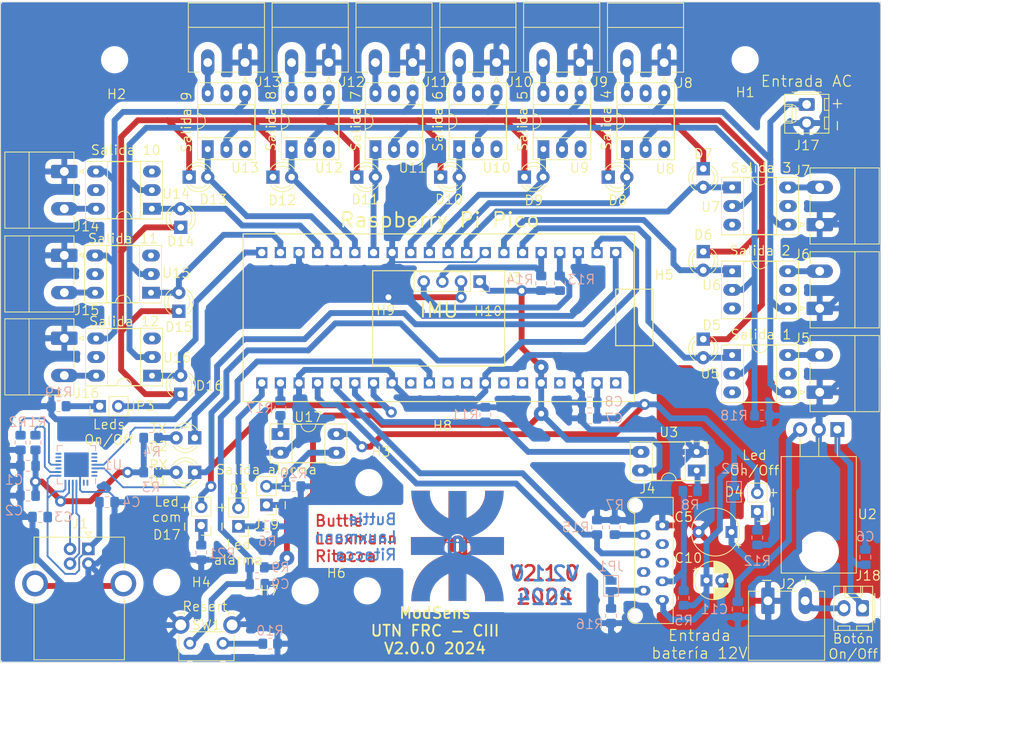
<source format=kicad_pcb>
(kicad_pcb (version 20221018) (generator pcbnew)
  (title_block (title "PCB_ModSens") (date "2024-09-21") (rev "2.1.0") (company "UTN-CIII-Buttie/Lauxmann/Ritacca"))
  (layers (0 "F.Cu" signal) (31 "B.Cu" signal) (34 "B.Paste" user) (35 "F.Paste" user) (36 "B.SilkS" user "B.Silkscreen") (37 "F.SilkS" user "F.Silkscreen") (38 "B.Mask" user) (39 "F.Mask" user) (44 "Edge.Cuts" user))
  (net 0 "")
  (net 1 "Net-(JP2-A)")
  (net 2 "RX")
  (net 3 "Net-(J4-Pad2)")
  (net 4 "TX")
  (net 5 "VBUS")
  (net 6 "Net-(J1-D-)")
  (net 7 "Net-(J1-D+)")
  (net 8 "GND")
  (net 9 "unconnected-(J1-Shield-Pad5)")
  (net 11 "Net-(D3-K)")
  (net 12 "Net-(D1-A)")
  (net 13 "ECHO_3.3v")
  (net 15 "Net-(D2-A)")
  (net 18 "Net-(D4-K)")
  (net 25 "Net-(D17-K)")
  (net 26 "3V3")
  (net 27 "SCL")
  (net 28 "SDA")
  (net 31 "VCC")
  (net 32 "Net-(U1-~{RST})")
  (net 34 "Net-(U1-~{SUSPEND})")
  (net 43 "Vin")
  (net 44 "Sensor_1")
  (net 45 "Sensor_2")
  (net 46 "Sensor_3")
  (net 47 "Sensor_4")
  (net 48 "Sensor_5")
  (net 49 "Sensor_6")
  (net 50 "Sensor_7")
  (net 51 "Sensor_8")
  (net 52 "Sensor_9")
  (net 53 "Sensor_10")
  (net 54 "Sensor_11")
  (net 55 "Sensor_12")
  (net 56 "RST")
  (net 57 "Net-(R10-Pad1)")
  (net 58 "INIT")
  (net 59 "BINH")
  (net 60 "ECHO")
  (net 61 "Net-(D10-K)")
  (net 62 "Net-(J16-Pin_2)")
  (net 63 "VAC")
  (net 64 "Net-(JP3-A)")
  (net 65 "Net-(R18-Pad2)")
  (net 90 "Net-(JP1-A)")
  (net 91 "VDD")
  (net 92 "Net-(R8-Pad2)")
  (net 93 "Net-(J5-Pin_2)")
  (net 94 "Net-(J6-Pin_2)")
  (net 95 "Net-(J7-Pin_2)")
  (net 96 "Net-(J8-Pin_2)")
  (net 97 "Net-(J9-Pin_2)")
  (net 98 "Net-(J10-Pin_2)")
  (net 99 "Net-(J11-Pin_2)")
  (net 100 "Net-(J12-Pin_2)")
  (net 101 "Net-(J13-Pin_2)")
  (net 102 "Net-(J14-Pin_2)")
  (net 103 "Net-(J15-Pin_2)")
  (net 104 "Net-(J18-Pin_2)")
  (net 105 "Net-(R17-Pad2)")
  (net 106 "Led_Alarma")
  (net 107 "Alarma_Stop_Opto")
  (net 108 "Alarma_Stop")
  (net 109 "Led_Comm")
  (footprint "Logos:LogoFront" (layer "F.Cu") (at 105.947104 153.429053)
    (fp_text reference "REF**" hide)
    (fp_text value "LogoFront" hide)
  )
  (footprint "LED_THT:LED_D3.0mm_Clear" (layer "F.Cu") (at 140.716 113.025 -90)
    (fp_text reference "D6")
    (fp_text value "LED Rojo 3mm" hide)
  )
  (footprint "LED_THT:LED_D3.0mm_Clear" (layer "F.Cu") (at 71.374 143.129 180)
    (fp_text reference "D1")
    (fp_text value "TX LED Verde" hide)
  )
  (footprint "Capacitor_THT:CP_Radial_D5.0mm_P2.00mm" (layer "F.Cu") (at 141.157888 157.861)
    (fp_text reference "C10")
    (fp_text value "220uF" hide)
  )
  (footprint "Capacitor_THT:CP_Radial_D6.3mm_P2.50mm" (layer "F.Cu") (at 143.611 151.267 180)
    (fp_text reference "C5")
    (fp_text value "470uF" hide)
  )
  (footprint "Package_DIP:DIP-6_W7.62mm_Socket_LongPads" (layer "F.Cu") (at 144.653 104.2815)
    (fp_text reference "U7")
    (fp_text value "PVU414" hide)
  )
  (footprint "Package_DIP:DIP-6_W7.62mm_Socket_LongPads" (layer "F.Cu") (at 144.653 115.709)
    (fp_text reference "U6")
    (fp_text value "PVU414" hide)
  )
  (footprint "LED_THT:LED_D3.0mm_Clear" (layer "F.Cu") (at 116.332 102.87)
    (fp_text reference "D9")
    (fp_text value "LED Rojo 3mm" hide)
  )
  (footprint "MountingHole:MountingHole_3.2mm_M3" (layer "F.Cu") (at 111.8362 125.4506)
    (fp_text reference "H10")
    (fp_text value "MountingHole" hide)
  )
  (footprint "LED_THT:LED_D3.0mm_Clear" (layer "F.Cu") (at 93.472 102.87)
    (fp_text reference "D11")
    (fp_text value "LED Rojo 3mm" hide)
  )
  (footprint "LED_THT:LED_D3.0mm_Clear" (layer "F.Cu") (at 69.469 109.728 90)
    (fp_text reference "D14")
    (fp_text value "LED Rojo 3mm" hide)
  )
  (footprint "Connector_Phoenix_MC_HighVoltage:PhoenixContact_MC_1,5_2-G-5.08_1x02_P5.08mm_Horizontal" (layer "F.Cu") (at 78.232 87.249 180)
    (fp_text reference "J13")
    (fp_text value "Out 9" hide)
  )
  (footprint "MountingHole:MountingHole_3.2mm_M3" (layer "F.Cu") (at 107.43 140.77)
    (fp_text reference "H8")
    (fp_text value "MountingHole" hide)
  )
  (footprint "Package_DIP:DIP-6_W7.62mm_Socket_LongPads" (layer "F.Cu") (at 96.012 99.06 90)
    (fp_text reference "U11")
    (fp_text value "PVU414" hide)
  )
  (footprint "Package_DIP:DIP-6_W7.62mm_Socket_LongPads" (layer "F.Cu") (at 130.3195 99.06 90)
    (fp_text reference "U8")
    (fp_text value "PVU414" hide)
  )
  (footprint "Connector_Molex:Molex_KK-254_AE-6410-02A_1x02_P2.54mm_Vertical" (layer "F.Cu") (at 154.813 92.964 -90)
    (fp_text reference "J17")
    (fp_text value "VAC" hide)
  )
  (footprint "MountingHole:MountingHole_3.2mm_M3" (layer "F.Cu") (at 146.431 86.868)
    (fp_text reference "H1")
    (fp_text value "MountingHole" hide)
  )
  (footprint "LED_THT:LED_D3.0mm_Clear" (layer "F.Cu") (at 82.042 102.87)
    (fp_text reference "D12")
    (fp_text value "LED Rojo 3mm" hide)
  )
  (footprint "MountingHole:MountingHole_3.2mm_M3" (layer "F.Cu") (at 97.409 125.476)
    (fp_text reference "H9")
    (fp_text value "MountingHole" hide)
  )
  (footprint "Simbolos:RASPBERRY_PI_PICO" (layer "F.Cu") (at 105.918 122.047 -90)
    (fp_text reference "U4" hide)
    (fp_text value "RASPBERRY_PI_PICO" hide)
  )
  (footprint "Connector_Phoenix_MC_HighVoltage:PhoenixContact_MC_1,5_2-G-5.08_1x02_P5.08mm_Horizontal" (layer "F.Cu") (at 101.092 87.249 180)
    (fp_text reference "J11")
    (fp_text value "Out 7" hide)
  )
  (footprint "LED_THT:LED_D3.0mm_Clear" (layer "F.Cu") (at 104.902 102.87)
    (fp_text reference "D10")
    (fp_text value "LED Rojo 3mm" hide)
  )
  (footprint "Connector_PinHeader_2.54mm:PinHeader_1x02_P2.54mm_Vertical" (layer "F.Cu") (at 58.42 134.112 90)
    (fp_text reference "JP3")
    (fp_text value "Leds_On/Off" hide)
  )
  (footprint "Package_DIP:DIP-4_W7.62mm_Socket_LongPads" (layer "F.Cu") (at 83.068 137.917)
    (fp_text reference "U17")
    (fp_text value "PC817" hide)
  )
  (footprint "Connector_Phoenix_MC_HighVoltage:PhoenixContact_MC_1,5_2-G-5.08_1x02_P5.08mm_Horizontal" (layer "F.Cu") (at 156.591 120.777 90)
    (fp_text reference "J6")
    (fp_text value "Out 2" hide)
  )
  (footprint "Connector_Phoenix_MC_HighVoltage:PhoenixContact_MC_1,5_2-G-5.08_1x02_P5.08mm_Horizontal" (layer "F.Cu") (at 53.594 102.108 -90)
    (fp_text reference "J14")
    (fp_text value "Out 10" hide)
  )
  (footprint "Connector_Phoenix_MC_HighVoltage:PhoenixContact_MC_1,5_2-G-5.08_1x02_P5.08mm_Horizontal" (layer "F.Cu") (at 112.522 87.249 180)
    (fp_text reference "J10")
    (fp_text value "Out 6" hide)
  )
  (footprint "LED_THT:LED_D3.0mm_Clear" (layer "F.Cu") (at 69.215 121.158 90)
    (fp_text reference "D15")
    (fp_text value "LED Rojo 3mm" hide)
  )
  (footprint "LED_THT:LED_D3.0mm_Clear" (layer "F.Cu") (at 69.469 132.466 90)
    (fp_text reference "D16")
    (fp_text value "LED Rojo 3mm" hide)
  )
  (footprint "Connector_Molex:Molex_KK-254_AE-6410-02A_1x02_P2.54mm_Vertical" (layer "F.Cu") (at 162.433 161.651 180)
    (fp_text reference "J18")
    (fp_text value "On/Off" hide)
  )
  (footprint "MountingHole:MountingHole_3.2mm_M3" (layer "F.Cu") (at 67.564 158.115)
    (fp_text reference "H4")
    (fp_text value "MountingHole" hide)
  )
  (footprint "Connector_Phoenix_MC_HighVoltage:PhoenixContact_MC_1,5_2-G-5.08_1x02_P5.08mm_Horizontal" (layer "F.Cu") (at 149.534 160.6435)
    (fp_text reference "J2")
    (fp_text value "Vin" hide)
  )
  (footprint "Connector_Phoenix_MC_HighVoltage:PhoenixContact_MC_1,5_2-G-5.08_1x02_P5.08mm_Horizontal" (layer "F.Cu") (at 156.591 109.347 90)
    (fp_text reference "J7")
    (fp_text value "Out 3" hide)
  )
  (footprint "Connector_Molex:Molex_Picoflex_90325-0010_2x05_P1.27mm_Vertical" (layer "F.Cu") (at 132.968 149.428)
    (fp_text reference "J4")
    (fp_text value "Interfaz exitador" hide)
  )
  (footprint "Connector_PinHeader_2.54mm:PinHeader_1x02_P2.54mm_Vertical" (layer "F.Cu") (at 81.153 147.574 180)
    (fp_text reference "J19")
    (fp_text value "Out_Error" hide)
  )
  (footprint "Connector_PinHeader_2.54mm:PinHeader_1x02_P2.54mm_Vertical" (layer "F.Cu") (at 72.263 150.373 180)
    (fp_text reference "D17")
    (fp_text value "LED Verde 3mm" hide)
  )
  (footprint "Connector_Phoenix_MC_HighVoltage:PhoenixContact_MC_1,5_2-G-5.08_1x02_P5.08mm_Horizontal" (layer "F.Cu") (at 156.591 132.207 90)
    (fp_text reference "J5")
    (fp_text value "Out 1" hide)
  )
  (footprint "Logos:LogoBack" (layer "F.Cu") (at 105.9815 150.729951)
    (fp_text reference "REF**" hide)
    (fp_text value "LogoBack" hide)
  )
  (footprint "LED_THT:LED_D3.0mm_Clear" (layer "F.Cu") (at 70.612 102.87)
    (fp_text reference "D13")
    (fp_text value "LED Rojo 3mm" hide)
  )
  (footprint "Package_DIP:DIP-4_W7.62mm_Socket_LongPads" (layer "F.Cu") (at 139.817 142.88 180)
    (fp_text reference "U3")
    (fp_text value "PC817" hide)
  )
  (footprint "Connector_Phoenix_MC_HighVoltage:PhoenixContact_MC_1,5_2-G-5.08_1x02_P5.08mm_Horizontal" (layer "F.Cu") (at 135.382 87.2605 180)
    (fp_text reference "J8")
    (fp_text value "Out 4" hide)
  )
  (footprint "MountingHole:MountingHole_3.2mm_M3" (layer "F.Cu") (at 86.43 159.29)
    (fp_text reference "H7")
    (fp_text value "MountingHole" hide)
  )
  (footprint "Connector_PinHeader_2.54mm:PinHeader_1x02_P2.54mm_Vertical" (layer "F.Cu") (at 148.082 148.468 180)
    (fp_text reference "D4")
    (fp_text value "LED Amarillo 3mm" hide)
  )
  (footprint "Package_DIP:DIP-6_W7.62mm_Socket_LongPads" (layer "F.Cu") (at 65.4115 118.64 180)
    (fp_text reference "U15")
    (fp_text value "PVU414" hide)
  )
  (footprint "Package_TO_SOT_THT:TO-220-3_Horizontal_TabDown" (layer "F.Cu") (at 159.004 137.287 180)
    (fp_text reference "U2")
    (fp_text value "LM2940" hide)
  )
  (footprint "LED_THT:LED_D3.0mm_Clear" (layer "F.Cu") (at 127.762 102.87)
    (fp_text reference "D8")
    (fp_text value "LED Rojo 3mm" hide)
  )
  (footprint "Connector_Phoenix_MC_HighVoltage:PhoenixContact_MC_1,5_2-G-5.08_1x02_P5.08mm_Horizontal" (layer "F.Cu") (at 53.594 124.841 -90)
    (fp_text reference "J16")
    (fp_text value "Out 12" hide)
  )
  (footprint "Package_DIP:DIP-6_W7.62mm_Socket_LongPads" (layer "F.Cu") (at 65.5515 129.9535 180)
    (fp_text reference "U16")
    (fp_text value "PVU414" hide)
  )
  (footprint "Package_DIP:DIP-6_W7.62mm_Socket_LongPads" (layer "F.Cu") (at 73.152 99.06 90)
    (fp_text reference "U13")
    (fp_text value "PVU414" hide)
  )
  (footprint "Connector_Phoenix_MC_HighVoltage:PhoenixContact_MC_1,5_2-G-5.08_1x02_P5.08mm_Horizontal" (layer "F.Cu") (at 89.662 87.249 180)
    (fp_text reference "J12")
    (fp_text value "Out 8" hide)
  )
  (footprint "Package_DIP:DIP-6_W7.62mm_Socket_LongPads" (layer "F.Cu") (at 118.9155 99.06 90)
    (fp_text reference "U9")
    (fp_text value "PVU414" hide)
  )
  (footprint "Package_DIP:DIP-6_W7.62mm_Socket_LongPads" (layer "F.Cu") (at 144.653 127.139)
    (fp_text reference "U5")
    (fp_text value "PVU414" hide)
  )
  (footprint "Connector_Phoenix_MC_HighVoltage:PhoenixContact_MC_1,5_2-G-5.08_1x02_P5.08mm_Horizontal" (layer "F.Cu") (at 53.594 113.538 -90)
    (fp_text reference "J15")
    (fp_text value "Out 11" hide)
  )
  (footprint "MountingHole:MountingHole_3.2mm_M3" (layer "F.Cu") (at 95.123 144.526)
    (fp_text reference "H3")
    (fp_text value "MountingHole" hide)
  )
  (footprint "Package_DIP:DIP-6_W7.62mm_Socket_LongPads" (layer "F.Cu") (at 107.442 99.06 90)
    (fp_text reference "U10")
    (fp_text value "PVU414" hide)
  )
  (footprint "LED_THT:LED_D3.0mm_Clear" (layer "F.Cu") (at 71.374 138.43 180)
    (fp_text reference "D2")
    (fp_text value "RX LED Azul" hide)
  )
  (footprint "Package_DIP:DIP-6_W7.62mm_Socket_LongPads" (layer "F.Cu") (at 65.532 107.188 180)
    (fp_text reference "U14")
    (fp_text value "PVU414" hide)
  )
  (footprint "MountingHole:MountingHole_3.2mm_M3" (layer "F.Cu") (at 94.91 159.29)
    (fp_text reference "H6")
    (fp_text value "MountingHole" hide)
  )
  (footprint "Connector_PinSocket_2.54mm:PinSocket_1x04_P2.54mm_Vertical" (layer "F.Cu") (at 110.226 117.119 -90)
    (fp_text reference "J3")
    (fp_text value "IMU" hide)
  )
  (footprint "Button_Switch_THT:SW_SPST_Omron_B3F-315x_Angled" (layer "F.Cu") (at 75.219 166.438 180)
    (fp_text reference "SW1")
    (fp_text value "Pulsador" hide)
  )
  (footprint "MountingHole:MountingHole_3.2mm_M3" (layer "F.Cu") (at 137.91 120.26)
    (fp_text reference "H5")
    (fp_text value "MountingHole" hide)
  )
  (footprint "Connector_Phoenix_MC_HighVoltage:PhoenixContact_MC_1,5_2-G-5.08_1x02_P5.08mm_Horizontal" (layer "F.Cu") (at 123.952 87.249 180)
    (fp_text reference "J9")
    (fp_text value "Out 5" hide)
  )
  (footprint "LED_THT:LED_D3.0mm_Clear" (layer "F.Cu") (at 140.716 101.727 -90)
    (fp_text reference "D7")
    (fp_text value "LED Rojo 3mm" hide)
  )
  (footprint "MountingHole:MountingHole_3.2mm_M3" (layer "F.Cu") (at 60.452 86.868)
    (fp_text reference "H2")
    (fp_text value "MountingHole" hide)
  )
  (footprint "Connector_PinHeader_2.54mm:PinHeader_1x02_P2.54mm_Vertical" (layer "F.Cu") (at 77.343 150.495 180)
    (fp_text reference "D3")
    (fp_text value "LED Verde 3mm" hide)
  )
  (footprint "Connector_USB:USB_B_OST_USB-B1HSxx_Horizontal" (layer "F.Cu") (at 56.876 153.5695 -90)
    (fp_text reference "J1")
    (fp_text value "USB_B" hide)
  )
  (footprint "Package_DIP:DIP-6_W7.62mm_Socket_LongPads" (layer "F.Cu") (at 84.582 99.06 90)
    (fp_text reference "U12")
    (fp_text value "PVU414" hide)
  )
  (footprint "LED_THT:LED_D3.0mm_Clear" (layer "F.Cu") (at 140.716 124.963 -90)
    (fp_text reference "D5")
    (fp_text value "LED Rojo 3mm" hide)
  )
  (footprint "Resistor_SMD:R_0805_2012Metric_Pad1.20x1.40mm_HandSolder" (layer "B.Cu") (at 128.651 150.622 -90)
    (fp_text reference "R7")
    (fp_text value "10k" hide)
  )
  (footprint "Resistor_SMD:R_0805_2012Metric_Pad1.20x1.40mm_HandSolder" (layer "B.Cu") (at 83.058 134.366 -90)
    (fp_text reference "R17")
    (fp_text value "560")
  )
  (footprint "Resistor_SMD:R_0805_2012Metric_Pad1.20x1.40mm_HandSolder" (layer "B.Cu") (at 148.717 135.382 180)
    (fp_text reference "R18")
    (fp_text value "430" hide)
  )
  (footprint "Jumper:SolderJumper-2_P1.3mm_Open_Pad1.0x1.5mm" (layer "B.Cu") (at 144.907 145.781 90)
    (fp_text reference "JP2")
    (fp_text value "Main_On/Off" hide)
  )
  (footprint "Resistor_SMD:R_0805_2012Metric_Pad1.20x1.40mm_HandSolder" (layer "B.Cu") (at 81.28 150.495)
    (fp_text reference "R6")
    (fp_text value "330" hide)
  )
  (footprint "Resistor_SMD:R_0805_2012Metric_Pad1.20x1.40mm_HandSolder" (layer "B.Cu") (at 118.618 117.348 90)
    (fp_text reference "R14")
    (fp_text value "4.7K" hide)
  )
  (footprint "Capacitor_SMD:C_0805_2012Metric_Pad1.18x1.45mm_HandSolder" (layer "B.Cu") (at 48.641 146.304 180)
    (fp_text reference "C2")
    (fp_text value "100nF" hide)
  )
  (footprint "Resistor_SMD:R_0805_2012Metric_Pad1.20x1.40mm_HandSolder" (layer "B.Cu") (at 79.867 156.083 180)
    (fp_text reference "R9")
    (fp_text value "10K" hide)
  )
  (footprint "Capacitor_SMD:C_0805_2012Metric_Pad1.18x1.45mm_HandSolder" (layer "B.Cu") (at 50.292 149.225 180)
    (fp_text reference "C3")
    (fp_text value "10uF" hide)
  )
  (footprint "Resistor_SMD:R_0805_2012Metric_Pad1.20x1.40mm_HandSolder" (layer "B.Cu") (at 138.049 160.258 90)
    (fp_text reference "R5")
    (fp_text value "4.7k")
  )
  (footprint "Resistor_SMD:R_0805_2012Metric_Pad1.20x1.40mm_HandSolder" (layer "B.Cu") (at 84.836 145.034 180)
    (fp_text reference "R20")
    (fp_text value "10k" hide)
  )
  (footprint "Jumper:SolderJumper-2_P1.3mm_Open_Pad1.0x1.5mm" (layer "B.Cu") (at 128.143 158.608 -90)
    (fp_text reference "JP1")
    (fp_text value "BINH_On/Off" hide)
  )
  (footprint "Capacitor_SMD:C_0805_2012Metric_Pad1.18x1.45mm_HandSolder" (layer "B.Cu") (at 79.9045 158.369 180)
    (fp_text reference "C9")
    (fp_text value "100nF" hide)
  )
  (footprint "Resistor_SMD:R_0805_2012Metric_Pad1.20x1.40mm_HandSolder" (layer "B.Cu") (at 65.421 138.43)
    (fp_text reference "R4")
    (fp_text value "1k" hide)
  )
  (footprint "Capacitor_SMD:C_0805_2012Metric_Pad1.18x1.45mm_HandSolder" (layer "B.Cu") (at 125.222 135.763 180)
    (fp_text reference "C7")
    (fp_text value "10uF" hide)
  )
  (footprint "Resistor_SMD:R_0805_2012Metric_Pad1.20x1.40mm_HandSolder" (layer "B.Cu") (at 110.998 135.255 -90)
    (fp_text reference "R11")
    (fp_text value "10k" hide)
  )
  (footprint "Resistor_SMD:R_0805_2012Metric_Pad1.20x1.40mm_HandSolder" (layer "B.Cu") (at 52.832 134.112)
    (fp_text reference "R19")
    (fp_text value "150" hide)
  )
  (footprint "Capacitor_SMD:C_0805_2012Metric_Pad1.18x1.45mm_HandSolder" (layer "B.Cu") (at 59.4145 147.193)
    (fp_text reference "C4")
    (fp_text value "100nF" hide)
  )
  (footprint "Capacitor_SMD:C_0805_2012Metric_Pad1.18x1.45mm_HandSolder" (layer "B.Cu") (at 162.814 154.686 90)
    (fp_text reference "C6")
    (fp_text value "100nF" hide)
  )
  (footprint "Resistor_SMD:R_0805_2012Metric_Pad1.20x1.40mm_HandSolder" (layer "B.Cu") (at 128.143 162.687 90)
    (fp_text reference "R16")
    (fp_text value "10k" hide)
  )
  (footprint "Resistor_SMD:R_0805_2012Metric_Pad1.20x1.40mm_HandSolder" (layer "B.Cu") (at 81.661 166.497)
    (fp_text reference "R10")
    (fp_text value "100" hide)
  )
  (footprint "Resistor_SMD:R_0805_2012Metric_Pad1.20x1.40mm_HandSolder" (layer "B.Cu") (at 47.625 139.065 90)
    (fp_text reference "R2")
    (fp_text value "4,7K" hide)
  )
  (footprint "Package_DFN_QFN:QFN-28-1EP_5x5mm_P0.5mm_EP3.35x3.35mm" (layer "B.Cu") (at 55.245 142.09 90)
    (fp_text reference "U1")
    (fp_text value "CP2102 QFN28" hide)
  )
  (footprint "Resistor_SMD:R_0805_2012Metric_Pad1.20x1.40mm_HandSolder" (layer "B.Cu") (at 65.421 143.129)
    (fp_text reference "R3")
    (fp_text value "1k" hide)
  )
  (footprint "Capacitor_SMD:C_0805_2012Metric_Pad1.18x1.45mm_HandSolder" (layer "B.Cu") (at 125.222 133.604 180)
    (fp_text reference "C8")
    (fp_text value "100nF" hide)
  )
  (footprint "Resistor_SMD:R_0805_2012Metric_Pad1.20x1.40mm_HandSolder" (layer "B.Cu") (at 72.263 154.051 -90)
    (fp_text reference "R21")
    (fp_text value "330" hide)
  )
  (footprint "Capacitor_SMD:C_0805_2012Metric_Pad1.18x1.45mm_HandSolder" (layer "B.Cu") (at 145.415 161.798 -90)
    (fp_text reference "C11")
    (fp_text value "100nF" hide)
  )
  (footprint "Resistor_SMD:R_0805_2012Metric_Pad1.20x1.40mm_HandSolder" (layer "B.Cu") (at 49.657 139.065 -90)
    (fp_text reference "R1")
    (fp_text value "4,7K" hide)
  )
  (footprint "Resistor_SMD:R_0805_2012Metric_Pad1.20x1.40mm_HandSolder" (layer "B.Cu") (at 121.158 117.348 90)
    (fp_text reference "R13")
    (fp_text value "4.7K" hide)
  )
  (footprint "Capacitor_SMD:C_0805_2012Metric_Pad1.18x1.45mm_HandSolder" (layer "B.Cu") (at 48.641 142.24 180)
    (fp_text reference "C1")
    (fp_text value "10uF" hide)
  )
  (footprint "Resistor_SMD:R_0805_2012Metric_Pad1.20x1.40mm_HandSolder" (layer "B.Cu") (at 126.238 150.622 -90)
    (fp_text reference "R15")
    (fp_text value "10k" hide)
  )
  (footprint "Resistor_SMD:R_0805_2012Metric_Pad1.20x1.40mm_HandSolder" (layer "B.Cu") (at 138.938 145.669)
    (fp_text reference "R8")
    (fp_text value "560" hide)
  )
  (footprint "Resistor_SMD:R_0805_2012Metric_Pad1.20x1.40mm_HandSolder" (layer "B.Cu") (at 148.082 152.024 -90)
    (fp_text reference "R12")
    (fp_text value "330" hide)
  )
  (gr_rect (start 95.638 115.637) (end 113.638 128.637) (stroke (width 0.15)) (fill none) (layer "F.SilkS"))
  (gr_line (start 113.638 115.637) (end 110.298 115.637) (stroke (width 0.15)) (layer "F.SilkS"))
  (gr_rect (start 44.9 79) (end 164.9 169) (stroke (width 0.1)) (fill none) (layer "Edge.Cuts"))
  (gr_text "V2.1.0\n2024" (at 119.08 161.29) (layer "F.Cu") (effects (font (size 2 2) (thickness 0.35) bold) (justify bottom)))
  (gr_text "Buttie\nLauxmann\nRitacca" (at 87.63 155.448) (layer "F.Cu") (effects (font (size 1.5 1.5) (thickness 0.25)) (justify left bottom)))
  (gr_text "V2.1.0\n2024" (at 119.12 161.33) (layer "B.Cu") (effects (font (size 2 2) (thickness 0.35) bold) (justify bottom mirror)))
  (gr_text "Buttie\nLauxmann\nRitacca" (at 99.046 155.238) (layer "B.Cu") (effects (font (size 1.5 1.5) (thickness 0.25)) (justify left bottom mirror)))
  (gr_text "TX" (at 66.421 137.922) (layer "F.SilkS") (effects (font (size 1.3 1.3)) (justify bottom)))
  (gr_text "Entrada AC" (at 154.813 90.678) (layer "F.SilkS") (effects (font (size 1.5 1.5)) (justify bottom)))
  (gr_text "- +" (at 159.766 94.361 90) (layer "F.SilkS") (effects (font (size 1.5 1.5)) (justify bottom)))
  (gr_text "Salida 12" (at 61.7415 123.317) (layer "F.SilkS") (effects (font (size 1.3 1.3)) (justify bottom)))
  (gr_text "Salida 2" (at 148.463 113.665) (layer "F.SilkS") (effects (font (size 1.3 1.3)) (justify bottom)))
  (gr_text "Salida 6" (at 105.283 95.25 90) (layer "F.SilkS") (effects (font (size 1.3 1.3)) (justify bottom)))
  (gr_text "Botón\nOn/Off" (at 161.163 168.656) (layer "F.SilkS") (effects (font (size 1.3 1.3)) (justify bottom)))
  (gr_text "+ -" (at 69.342 149.225 -90) (layer "F.SilkS") (effects (font (size 1.3 1.3)) (justify bottom)))
  (gr_text "Resert" (at 72.771 162.179) (layer "F.SilkS") (effects (font (size 1.3 1.3)) (justify bottom)))
  (gr_text "Led\ncom" (at 67.564 149.987) (layer "F.SilkS") (effects (font (size 1.3 1.3)) (justify bottom)))
  (gr_text "Salida 9" (at 70.993 95.377 90) (layer "F.SilkS") (effects (font (size 1.3 1.3)) (justify bottom)))
  (gr_text "ModSens\nUTN FRC - CIII\nV2.0.0 2024" (at 104.14 168.021) (layer "F.SilkS") (effects (font (size 1.5 1.5) (thickness 0.25)) (justify bottom)))
  (gr_text "+ -" (at 149.606 147.193 -90) (layer "F.SilkS") (effects (font (size 1.3 1.3)) (justify bottom)))
  (gr_text "Salida 5" (at 116.84 95.25 90) (layer "F.SilkS") (effects (font (size 1.3 1.3)) (justify bottom)))
  (gr_text "Salida 1" (at 148.59 125.095) (layer "F.SilkS") (effects (font (size 1.3 1.3)) (justify bottom)))
  (gr_text "+ -" (at 83.058 146.304 -90) (layer "F.SilkS") (effects (font (size 1.3 1.3)) (justify bottom)))
  (gr_text "RX" (at 66.421 142.875) (layer "F.SilkS") (effects (font (size 1.3 1.3)) (justify bottom)))
  (gr_text "Salida alarma" (at 81.153 143.51) (layer "F.SilkS") (effects (font (size 1.3 1.3)) (justify bottom)))
  (gr_text "Leds\nOn/Off" (at 59.69 139.446) (layer "F.SilkS") (effects (font (size 1.3 1.3)) (justify bottom)))
  (gr_text "Entrada\nbatería 12V" (at 140.208 168.656) (layer "F.SilkS") (effects (font (size 1.5 1.5)) (justify bottom)))
  (gr_text "Salida 11" (at 61.595 112.014) (layer "F.SilkS") (effects (font (size 1.3 1.3)) (justify bottom)))
  (gr_text "Led\nalarma" (at 77.343 155.829) (layer "F.SilkS") (effects (font (size 1.3 1.3)) (justify bottom)))
  (gr_text "Salida 10" (at 61.976 99.949) (layer "F.SilkS") (effects (font (size 1.3 1.3)) (justify bottom)))
  (gr_text "IMU" (at 101.854 122.174) (layer "F.SilkS") (effects (font (size 2 2) (thickness 0.25)) (justify left bottom)))
  (gr_text "Salida 4" (at 128.27 95.123 90) (layer "F.SilkS") (effects (font (size 1.3 1.3)) (justify bottom)))
  (gr_text "Raspberry Pi Pico" (at 104.775 108.712) (layer "F.SilkS") (effects (font (size 2 2) (thickness 0.25))))
  (gr_text "Salida 3" (at 148.59 102.362) (layer "F.SilkS") (effects (font (size 1.3 1.3)) (justify bottom)))
  (gr_text "Salida 7" (at 94.107 95.25 90) (layer "F.SilkS") (effects (font (size 1.3 1.3)) (justify bottom)))
  (gr_text "Led\nOn/Off" (at 147.701 143.637) (layer "F.SilkS") (effects (font (size 1.3 1.3)) (justify bottom)))
  (gr_text "Salida 8" (at 82.55 95.25 90) (layer "F.SilkS") (effects (font (size 1.3 1.3)) (justify bottom)))
  (gr_text "-   +" (at 152.019 158.623) (layer "F.SilkS") (effects (font (size 1.5 1.5)) (justify bottom)))
  (gr_text "+ -" (at 74.422 149.225 -90) (layer "F.SilkS") (effects (font (size 1.3 1.3)) (justify bottom)))
  (segment (start 147.574 155.829) (end 148.971 155.829) (width 0.8) (layer "B.Cu") (net 1))
  (segment (start 144.78 146.558) (end 144.907 146.431) (width 0.8) (layer "B.Cu") (net 1))
  (segment (start 144.561 152.816) (end 147.574 155.829) (width 0.8) (layer "B.Cu") (net 1))
  (segment (start 152.4 152.4) (end 152.4 138.811) (width 0.8) (layer "B.Cu") (net 1))
  (segment (start 145.415 157.988) (end 147.574 155.829) (width 0.8) (layer "B.Cu") (net 1))
  (segment (start 152.4 138.811) (end 153.924 137.287) (width 0.8) (layer "B.Cu") (net 1))
  (segment (start 145.415 160.7605) (end 145.415 157.988) (width 0.8) (layer "B.Cu") (net 1))
  (segment (start 144.561 151.257) (end 144.78 151.038) (width 0.8) (layer "B.Cu") (net 1))
  (segment (start 144.561 151.257) (end 144.561 152.816) (width 0.8) (layer "B.Cu") (net 1))
  (segment (start 144.78 151.038) (end 144.78 146.558) (width 0.8) (layer "B.Cu") (net 1))
  (segment (start 148.971 155.829) (end 152.4 152.4) (width 0.8) (layer "B.Cu") (net 1))
  (segment (start 75.692 129.413) (end 78.613 126.492) (width 0.8) (layer "B.Cu") (net 2))
  (segment (start 57.695 142.59) (end 59.024 142.59) (width 0.25) (layer "B.Cu") (net 2))
  (segment (start 73.66 142.367) (end 73.66 135.001) (width 0.8) (layer "B.Cu") (net 2))
  (segment (start 73.66 135.001) (end 75.692 132.969) (width 0.8) (layer "B.Cu") (net 2))
  (segment (start 113.411 127.889) (end 115.951 125.349) (width 0.8) (layer "B.Cu") (net 2))
  (segment (start 129.921 111.252) (end 126.873 111.252) (width 0.8) (layer "B.Cu") (net 2))
  (segment (start 61.595 145.161) (end 70.104 145.161) (width 0.25) (layer "B.Cu") (net 2))
  (segment (start 59.024 142.59) (end 61.595 145.161) (width 0.25) (layer "B.Cu") (net 2))
  (segment (start 131.572 112.903) (end 129.921 111.252) (width 0.8) (layer "B.Cu") (net 2))
  (segment (start 78.613 126.492) (end 86.868 126.492) (width 0.8) (layer "B.Cu") (net 2))
  (segment (start 126.238 111.887) (end 126.238 113.157) (width 0.8) (layer "B.Cu") (net 2))
  (segment (start 72.898 143.129) (end 73.66 142.367) (width 0.8) (layer "B.Cu") (net 2))
  (segment (start 115.951 125.349) (end 124.46 125.349) (width 0.8) (layer "B.Cu") (net 2))
  (segment (start 70.104 145.161) (end 71.374 143.891) (width 0.25) (layer "B.Cu") (net 2))
  (segment (start 71.374 143.891) (end 71.374 143.129) (width 0.25) (layer "B.Cu") (net 2))
  (segment (start 104.521 127.889) (end 113.411 127.889) (width 0.8) (layer "B.Cu") (net 2))
  (segment (start 131.572 118.237) (end 131.572 112.903) (width 0.8) (layer "B.Cu") (net 2))
  (segment (start 124.46 125.349) (end 131.572 118.237) (width 0.8) (layer "B.Cu") (net 2))
  (segment (start 86.868 126.492) (end 90.551 122.809) (width 0.8) (layer "B.Cu") (net 2))
  (segment (start 126.873 111.252) (end 126.238 111.887) (width 0.8) (layer "B.Cu") (net 2))
  (segment (start 90.551 122.809) (end 99.441 122.809) (width 0.8) (layer "B.Cu") (net 2))
  (segment (start 71.374 143.129) (end 72.898 143.129) (width 0.8) (layer "B.Cu") (net 2))
  (segment (start 75.692 132.969) (end 75.692 129.413) (width 0.8) (layer "B.Cu") (net 2))
  (segment (start 99.441 122.809) (end 104.521 127.889) (width 0.8) (layer "B.Cu") (net 2))
  (segment (start 128.667 151.638) (end 128.651 151.622) (width 0.8) (layer "B.Cu") (net 3))
  (segment (start 132.588 151.638) (end 128.667 151.638) (width 0.8) (layer "B.Cu") (net 3))
  (segment (start 86.36 124.968) (end 78.105 124.968) (width 0.8) (layer "B.Cu") (net 4))
  (segment (start 128.778 118.540214) (end 124.382214 122.936) (width 0.8) (layer "B.Cu") (net 4))
  (segment (start 101.473 122.936) (end 99.949 121.412) (width 0.8) (layer "B.Cu") (net 4))
  (segment (start 58.951 142.09) (end 62.611 138.43) (width 0.25) (layer "B.Cu") (net 4))
  (segment (start 128.778 113.157) (end 128.778 118.540214) (width 0.8) (layer "B.Cu") (net 4))
  (segment (start 63.246 137.033) (end 69.596 137.033) (width 0.25) (layer "B.Cu") (net 4))
  (segment (start 124.382214 122.936) (end 101.473 122.936) (width 0.8) (layer "B.Cu") (net 4))
  (segment (start 57.695 142.09) (end 58.951 142.09) (width 0.25) (layer "B.Cu") (net 4))
  (segment (start 69.596 137.033) (end 71.374 135.255) (width 0.25) (layer "B.Cu") (net 4))
  (segment (start 74.422 128.651) (end 74.422 132.207) (width 0.8) (layer "B.Cu") (net 4))
  (segment (start 62.611 138.43) (end 62.611 137.668) (width 0.25) (layer "B.Cu") (net 4))
  (segment (start 99.949 121.412) (end 89.916 121.412) (width 0.8) (layer "B.Cu") (net 4))
  (segment (start 62.611 137.668) (end 63.246 137.033) (width 0.25) (layer "B.Cu") (net 4))
  (segment (start 89.916 121.412) (end 86.36 124.968) (width 0.8) (layer "B.Cu") (net 4))
  (segment (start 71.374 135.255) (end 71.374 138.43) (width 0.8) (layer "B.Cu") (net 4))
  (segment (start 78.105 124.968) (end 74.422 128.651) (width 0.8) (layer "B.Cu") (net 4))
  (segment (start 74.422 132.207) (end 71.374 135.255) (width 0.8) (layer "B.Cu") (net 4))
  (segment (start 53.4065 145.741) (end 52.252 145.741) (width 0.25) (layer "B.Cu") (net 5))
  (segment (start 53.721 156.972) (end 51.308 154.559) (width 0.25) (layer "B.Cu") (net 5))
  (segment (start 56.876 153.5695) (end 55.626 154.8195) (width 0.25) (layer "B.Cu") (net 5))
  (segment (start 52.795 143.59) (end 51.736 143.59) (width 0.25) (layer "B.Cu") (net 5))
  (segment (start 55.118 156.972) (end 53.721 156.972) (width 0.25) (layer "B.Cu") (net 5))
  (segment (start 51.308 154.559) (end 51.308 146.685) (width 0.25) (layer "B.Cu") (net 5))
  (segment (start 51.736 143.59) (end 51.308 144.018) (width 0.25) (layer "B.Cu") (net 5))
  (segment (start 56.876 153.5695) (end 58.377 152.0685) (width 0.8) (layer "B.Cu") (net 5))
  (segment (start 52.252 145.741) (end 51.308 146.685) (width 0.25) (layer "B.Cu") (net 5))
  (segment (start 55.626 154.8195) (end 55.626 156.464) (width 0.25) (layer "B.Cu") (net 5))
  (segment (start 53.745 145.4025) (end 53.4065 145.741) (width 0.25) (layer "B.Cu") (net 5))
  (segment (start 58.377 152.0685) (end 58.377 147.193) (width 0.8) (layer "B.Cu") (net 5))
  (segment (start 55.626 156.464) (end 55.118 156.972) (width 0.25) (layer "B.Cu") (net 5))
  (segment (start 53.745 144.54) (end 53.745 145.4025) (width 0.25) (layer "B.Cu") (net 5))
  (segment (start 51.308 144.018) (end 51.308 146.685) (width 0.25) (layer "B.Cu") (net 5))
  (segment (start 54.745 148.709) (end 54.745 144.54) (width 0.25) (layer "B.Cu") (net 6))
  (segment (start 54.376 153.5695) (end 54.376 149.078) (width 0.25) (layer "B.Cu") (net 6))
  (segment (start 54.376 149.078) (end 54.745 148.709) (width 0.25) (layer "B.Cu") (net 6))
  (segment (start 54.376 155.433104) (end 55.626 154.183104) (width 0.25) (layer "B.Cu") (net 7))
  (segment (start 55.245 148.671) (end 55.245 144.54) (width 0.25) (layer "B.Cu") (net 7))
  (segment (start 55.222 148.694) (end 55.245 148.671) (width 0.25) (layer "B.Cu") (net 7))
  (segment (start 55.626 154.183104) (end 55.626 149.098) (width 0.25) (layer "B.Cu") (net 7))
  (segment (start 55.626 149.098) (end 55.222 148.694) (width 0.25) (layer "B.Cu") (net 7))
  (segment (start 54.376 155.5695) (end 54.376 155.433104) (width 0.25) (layer "B.Cu") (net 7))
  (segment (start 107.696 119.253) (end 97.79 119.253) (width 0.8) (layer "F.Cu") (net 8))
  (via (at 97.79 119.253) (size 1.5) (drill 0.8) (layers "F.Cu" "B.Cu") (net 8))
  (via (at 107.696 119.253) (size 1.5) (drill 0.8) (layers "F.Cu" "B.Cu") (net 8))
  (segment (start 125.222 137.287) (end 136.779 137.287) (width 0.8) (layer "B.Cu") (net 8))
  (segment (start 48.387 149.225) (end 47.6035 148.4415) (width 0.8) (layer "B.Cu") (net 8))
  (segment (start 53.594 124.841) (end 49.022 124.841) (width 0.8) (layer "B.Cu") (net 8))
  (segment (start 157.988 109.347) (end 160.02 107.315) (width 0.8) (layer "B.Cu") (net 8))
  (segment (start 160.02 93.091) (end 160.02 87.122) (width 0.8) (layer "B.Cu") (net 8))
  (segment (start 156.591 120.777) (end 157.607 120.777) (width 0.8) (layer "B.Cu") (net 8))
  (segment (start 86.36 129.159) (end 97.7265 129.159) (width 0.8) (layer "B.Cu") (net 8))
  (segment (start 47.625 99.822) (end 47.625 110.871) (width 0.8) (layer "B.Cu") (net 8))
  (segment (start 139.817 140.325) (end 136.906 137.414) (width 0.8) (layer "B.Cu") (net 8))
  (segment (start 150.749 142.875) (end 136.779 128.905) (width 0.8) (layer "B.Cu") (net 8))
  (segment (start 156.591 133.858) (end 156.591 137.16) (width 0.8) (layer "B.Cu") (net 8))
  (segment (start 149.534 158.06) (end 153.797 153.797) (width 0.8) (layer "B.Cu") (net 8))
  (segment (start 49.022 124.841) (end 47.625 123.444) (width 0.8) (layer "B.Cu") (net 8))
  (segment (start 78.232 87.249) (end 78.232 84.709) (width 0.8) (layer "B.Cu") (net 8))
  (segment (start 160.02 118.364) (end 160.02 107.315) (width 0.8) (layer "B.Cu") (net 8))
  (segment (start 156.591 137.16) (end 156.464 137.287) (width 0.8) (layer "B.Cu") (net 8))
  (segment (start 85.598 129.921) (end 86.36 129.159) (width 0.8) (layer "B.Cu") (net 8))
  (segment (start 53.594 113.538) (end 50.292 113.538) (width 0.8) (layer "B.Cu") (net 8))
  (segment (start 115.316 129.032) (end 111.76 129.032) (width 0.8) (layer "B.Cu") (net 8))
  (segment (start 109.691 114.464) (end 98.335 114.464) (width 0.25) (layer "B.Cu") (net 8))
  (segment (start 101.092 84.836) (end 103.632 82.296) (width 0.8) (layer "B.Cu") (net 8))
  (segment (start 121.285 127.127) (end 117.221 127.127) (width 0.8) (layer "B.Cu") (net 8))
  (segment (start 91.694 82.169) (end 80.137 82.169) (width 0.8) (layer "B.Cu") (net 8))
  (segment (start 98.298 129.7305) (end 98.298 130.937) (width 0.8) (layer "B.Cu") (net 8))
  (segment (start 80.137 82.169) (end 53.975 82.169) (width 0.8) (layer "B.Cu") (net 8))
  (segment (start 148.082 153.024) (end 149.744 153.024) (width 0.8) (layer "B.Cu") (net 8))
  (segment (start 139.314 140.34) (end 139.817 140.34) (width 0.8) (layer "B.Cu") (net 8))
  (segment (start 72.263 156.972) (end 65.278 163.957) (width 0.8) (layer "B.Cu") (net 8))
  (segment (start 110.998 130.937) (end 110.998 132.08) (width 0.8) (layer "B.Cu") (net 8))
  (segment (start 98.298 114.427) (end 98.298 113.157) (width 0.8) (layer "B.Cu") (net 8))
  (segment (start 107.696 117.129) (end 107.696 119.253) (width 0.8) (layer "B.Cu") (net 8))
  (segment (start 58.0445 155.5695) (end 56.876 155.5695) (width 0.8) (layer "B.Cu") (net 8))
  (segment (start 65.278 163.957) (end 62.865 163.957) (width 0.8) (layer "B.Cu") (net 8))
  (segment (start 128.143 164.846) (end 128.143 163.687) (width 0.8) (layer "B.Cu") (net 8))
  (segment (start 110.998 113.157) (end 109.691 114.464) (width 0.25) (layer "B.Cu") (net 8))
  (segment (start 69.45 163.957) (end 65.278 163.957) (width 0.8) (layer "B.Cu") (net 8))
  (segment (start 143.9965 162.8355) (end 140.335 166.497) (width 0.8) (layer "B.Cu") (net 8))
  (segment (start 49.2545 154.2835) (end 49.2545 149.225) (width 0.8) (layer "B.Cu") (net 8))
  (segment (start 55.745 144.54) (end 55.745 145.534) (width 0.25) (layer "B.Cu") (net 8))
  (segment (start 136.779 137.287) (end 136.906 137.414) (width 0.8) (layer "B.Cu") (net 8))
  (segment (start 123.698 129.54) (end 121.285 127.127) (width 0.8) (layer "B.Cu") (net 8))
  (segment (start 153.797 153.797) (end 153.797 145.796) (width 0.8) (layer "B.Cu") (net 8))
  (segment (start 47.625 88.519) (end 47.625 99.822) (width 0.8) (layer "B.Cu") (net 8))
  (segment (start 143.157888 161.642112) (end 138.303 166.497) (width 0.8) (layer "B.Cu") (net 8))
  (segment (start 162.814 153.6485) (end 162.814 132.842) (width 0.8) (layer "B.Cu") (net 8))
  (segment (start 123.698 114.935) (end 124.46 115.697) (width 0.8) (layer "B.Cu") (net 8))
  (segment (start 150.749 152.019) (end 150.749 142.875) (width 0.8) (layer "B.Cu") (net 8))
  (segment (start 141.859 138.938) (end 141.859 149.489) (width 0.8) (layer "B.Cu") (net 8))
  (segment (start 83.439 158.369) (end 80.942 158.369) (width 0.8) (layer "B.Cu") (net 8))
  (segment (start 87.122 116.078) (end 78.232 116.078) (width 0.8) (layer "B.Cu") (net 8))
  (segment (start 56.876 157.968) (end 61.722 162.814) (width 0.8) (layer "B.Cu") (net 8))
  (segment (start 135.128 147.32) (end 135.128 144.526) (width 0.8) (layer "B.Cu") (net 8))
  (segment (start 101.616 134.255) (end 98.298 130.937) (width 0.8) (layer "B.Cu") (net 8))
  (segment (start 145.415 162.8355) (end 143.9965 162.8355) (width 0.8) (layer "B.Cu") (net 8))
  (segment (start 49.911 102.108) (end 47.625 99.822) (width 0.8) (layer "B.Cu") (net 8))
  (segment (start 154.813 95.504) (end 157.607 95.504) (width 0.8) (layer "B.Cu") (net 8))
  (segment (start 101.092 87.249) (end 101.092 84.836) (width 0.8) (layer "B.Cu") (net 8))
  (segment (start 55.745 142.59) (end 55.245 142.09) (width 0.25) (layer "B.Cu") (net 8))
  (segment (start 102.489 121.793) (end 100.584 119.888) (width 0.8) (layer "B.Cu") (net 8))
  (segment (start 141.859 149.489) (end 140.081 151.267) (width 0.8) (layer "B.Cu") (net 8))
  (segment (start 156.718 132.207) (end 157.861 132.207) (width 0.8) (layer "B.Cu") (net 8))
  (segment (start 156.591 132.207) (end 156.591 133.858) (width 0.8) (layer "B.Cu") (net 8))
  (segment (start 108.823 134.255) (end 108.712 134.255) (width 0.8) (layer "B.Cu") (net 8))
  (segment (start 160.02 107.315) (end 160.02 93.091) (width 0.8) (layer "B.Cu") (net 8))
  (segment (start 123.698 113.157) (end 123.698 114.935) (width 0.8) (layer "B.Cu") (net 8))
  (segment (start 156.591 109.347) (end 157.988 109.347) (width 0.8) (layer "B.Cu") (net 8))
  (segment (start 56.876 155.301) (end 56.876 157.968) (width 0.8) (layer "B.Cu") (net 8))
  (segment (start 85.836 149.971) (end 85.852 149.987) (width 0.8) (layer "B.Cu") (net 8))
  (segment (start 135.128 150.368) (end 135.128 147.32) (width 0.8) (layer "B.Cu") (net 8))
  (segment (start 123.952 84.86775) (end 126.65075 82.169) (width 0.8) (layer "B.Cu") (net 8))
  (segment (start 85.598 138.587) (end 85.598 130.937) (width 0.8) (layer "B.Cu") (net 8))
  (segment (start 110.998 132.08) (end 108.823 134.255) (width 0.8) (layer "B.Cu") (net 8))
  (segment (start 89.916 166.497) (end 88.011 168.402) (width 0.8) (layer "B.Cu") (net 8))
  (segment (start 76.469 163.938) (end 76.577 163.83) (width 0.8) (layer "B.Cu") (net 8))
  (segment (start 155.067 82.169) (end 138.176 82.169) (width 0.8) (layer "B.Cu") (net 8))
  (segment (start 111.76 129.032) (end 110.998 129.794) (width 0.8) (layer "B.Cu") (net 8))
  (segment (start 97.7265 129.159) (end 98.298 129.7305) (width 0.8) (layer "B.Cu") (net 8))
  (segment (start 89.662 87.249) (end 89.662 84.836) (width 0.8) (layer "B.Cu") (net 8))
  (segment (start 160.02 130.048) (end 160.02 118.364) (width 0.8) (layer "B.Cu") (net 8))
  (segment (start 98.335 114.464) (end 98.298 114.427) (width 0.25) (layer "B.Cu") (net 8))
  (segment (start 73.136 121.174) (end 73.136 131.461) (width 0.8) (layer "B.Cu") (net 8))
  (segment (start 126.238 149.622) (end 128.651 149.622) (width 0.8) (layer "B.Cu") (net 8))
  (segment (start 83.728 140.457) (end 85.598 138.587) (width 0.8) (layer "B.Cu") (net 8))
  (segment (start 78.232 84.709) (end 80.772 82.169) (width 0.8) (layer "B.Cu") (net 8))
  (segment (start 122.809 121.793) (end 102.489 121.793) (width 0.8) (layer "B.Cu") (net 8))
  (segment (start 55.745 145.534) (end 56.007 145.796) (width 0.25) (layer "B.Cu") (net 8))
  (segment (start 126.492 82.169) (end 114.808 82.169) (width 0.8) (layer "B.Cu") (net 8))
  (segment (start 88.011 168.402) (end 63.373 168.402) (width 0.8) (layer "B.Cu") (net 8))
  (segment (start 98.425 114.554) (end 98.298 114.427) (width 0.25) (layer "B.Cu") (net 8))
  (segment (start 132.699 149.622) (end 135.001 147.32) (width 0.8) (layer "B.Cu") (net 8))
  (segment (start 98.425 119.888) (end 94.615 116.078) (width 0.8) (layer "B.Cu") (net 8))
  (segment (start 96.647 116.078) (end 93.218 116.078) (width 0.8) (layer "B.Cu") (net 8))
  (segment (start 108.712 134.255) (end 101.616 134.255) (width 0.8) (layer "B.Cu") (net 8))
  (segment (start 157.861 132.207) (end 160.02 130.048) (width 0.8) (layer "B.Cu") (net 8))
  (segment (start 155.067 135.382) (end 156.591 133.858) (width 0.8) (layer "B.Cu") (net 8))
  (segment (start 47.6035 148.4415) (end 47.6035 146.304) (width 0.8) (layer "B.Cu") (net 8))
  (segment (start 135.128 144.526) (end 139.314 140.34) (width 0.8) (layer "B.Cu") (net 8))
  (segment (start 53.594 102.108) (end 49.911 102.108) (width 0.8) (layer "B.Cu") (net 8))
  (segment (start 162.814 132.842) (end 160.02 130.048) (width 0.8) (layer "B.Cu") (net 8))
  (segment (start 51.832 135.271) (end 51.832 134.112) (width 0.8) (layer "B.Cu") (net 8))
  (segment (start 80.942 159.809) (end 87.63 166.497) (width 0.8) (layer "B.Cu") (net 8))
  (segment (start 124.206 132.334) (end 124.1845 132.3555) (width 0.8) (layer "B.Cu") (net 8))
  (segment (start 129.794 166.497) (end 128.143 164.846) (width 0.8) (layer "B.Cu") (net 8))
  (segment (start 60.452 153.162) (end 58.0445 155.5695) (width 0.8) (layer "B.Cu") (net 8))
  (segment (start 83.068 140.457) (end 83.728 140.457) (width 0.8) (layer "B.Cu") (net 8))
  (segment (start 123.698 130.937) (end 123.698 131.826) (width 0.8) (layer "B.Cu") (net 8))
  (segment (start 76.577 163.83) (end 84.963 163.83) (width 0.8) (layer "B.Cu") (net 8))
  (segment (start 50.292 113.538) (end 47.625 110.871) (width 0.8) (layer "B.Cu") (net 8))
  (segment (start 49.2545 149.225) (end 48.387 149.225) (width 0.8) (layer "B.Cu") (net 8))
  (segment (start 56.007 145.796) (end 59.69 145.796) (width 0.25) (layer "B.Cu") (net 8))
  (segment (start 47.625 132.842) (end 47.625 123.444) (width 0.8) (layer "B.Cu") (net 8))
  (segment (start 135.382 87.2605) (end 135.382 84.963) (width 0.8) (layer "B.Cu") (net 8))
  (segment (start 112.522 87.249) (end 112.522 84.836) (width 0.8) (layer "B.Cu") (net 8))
  (segment (start 47.625 123.444) (end 47.625 122.428) (width 0.8) (layer "B.Cu") (net 8))
  (segment (start 139.817 140.34) (end 139.817 140.325) (width 0.8) (layer "B.Cu") (net 8))
  (segment (start 149.744 153.024) (end 150.749 152.019) (width 0.8) (layer "B.Cu") (net 8))
  (segment (start 96.647 116.078) (end 98.298 114.427) (width 0.8) (layer "B.Cu") (net 8))
  (segment (start 140.208 137.287) (end 141.859 138.938) (width 0.8) (layer "B.Cu") (net 8))
  (segment (start 124.1845 136.2495) (end 125.222 137.287) (width 0.8) (layer "B.Cu") (net 8))
  (segment (start 85.852 149.987) (end 85.852 152.019) (width 0.8) (layer "B.Cu") (net 8))
  (segment (start 51.832 134.112) (end 48.895 134.112) (width 0.8) (layer "B.Cu") (net 8))
  (segment (start 93.218 116.078) (end 87.122 116.078) (width 0.8) (layer "B.Cu") (net 8))
  (segment (start 78.232 116.078) (end 73.136 121.174) (width 0.8) (layer "B.Cu") (net 8))
  (segment (start 85.852 152.273) (end 85.852 155.956) (width 0.8) (layer "B.Cu") (net 8))
  (segment (start 85.598 113.157) (end 85.598 114.554) (width 0.8) (layer "B.Cu") (net 8))
  (segment (start 63.373 168.402) (end 49.2545 154.2835) (width 0.8) (layer "B.Cu") (net 8))
  (segment (start 157.607 95.504) (end 160.02 93.091) (width 0.8) (layer "B.Cu") (net 8))
  (segment (start 73.136 131.461) (end 68.707 135.89) (width 0.8) (layer "B.Cu") (net 8))
  (segment (start 110.998 129.794) (end 110.998 130.937) (width 0.8) (layer "B.Cu") (net 8))
  (segment (start 124.46 115.697) (end 124.46 120.142) (width 0.8) (layer "B.Cu") (net 8))
  (segment (start 136.779 137.287) (end 140.208 137.287) (width 0.8) (layer "B.Cu") (net 8))
  (segment (start 135.382 84.963) (end 138.176 82.169) (width 0.8) (layer "B.Cu") (net 8))
  (segment (start 81.153 147.574) (end 83.439 147.574) (width 0.8) (layer "B.Cu") (net 8))
  (segment (start 47.6035 142.24) (end 47.6035 140.4085) (width 0.8) (layer "B.Cu") (net 8))
  (segment (start 143.157888 157.861) (end 143.157888 161.642112) (width 0.8) (layer "B.Cu") (net 8))
  (segment (start 153.797 145.796) (end 156.464 143.129) (width 0.8) (layer "B.Cu") (net 8))
  (segment (start 85.598 114.554) (end 87.122 116.078) (width 0.8) (layer "B.Cu") (net 8))
  (segment (start 124.46 120.142) (end 122.809 121.793) (width 0.8) (layer "B.Cu") (net 8))
  (segment (start 85.852 155.956) (end 83.439 158.369) (width 0.8) (layer "B.Cu") (net 8))
  (segment (start 47.625 110.871) (end 47.625 122.428) (width 0.8) (layer "B.Cu") (net 8))
  (segment (start 60.452 147.193) (end 60.452 153.162) (width 0.8) (layer "B.Cu") (net 8))
  (segment (start 69.469 163.938) (end 69.45 163.957) (width 0.8) (layer "B.Cu") (net 8))
  (segment (start 83.439 147.574) (end 85.852 149.987) (width 0.8) (layer "B.Cu") (net 8))
  (segment (start 85.836 145.034) (end 85.836 149.971) (width 0.8) (layer "B.Cu") (net 8))
  (segment (start 156.464 143.129) (end 156.464 137.287) (width 0.8) (layer "B.Cu") (net 8))
  (segment (start 136.779 128.905) (end 124.333 128.905) (width 0.8) (layer "B.Cu") (net 8))
  (segment (start 82.28 150.495) (end 84.074 150.495) (width 0.8) (layer "B.Cu") (net 8))
  (segment (start 114.808 82.169) (end 103.632 82.169) (width 0.8) (layer "B.Cu") (net 8))
  (segment (start 123.698 131.826) (end 124.206 132.334) (width 0.8) (layer "B.Cu") (net 8))
  (segment (start 100.584 119.888) (end 98.425 119.888) (width 0.8) (layer "B.Cu") (net 8))
  (segment (start 80.942 158.369) (end 80.942 159.809) (width 0.8) (layer "B.Cu") (net 8))
  (segment (start 53.975 82.169) (end 47.625 88.519) (width 0.8) (layer "B.Cu") (net 8))
  (segment (start 124.333 128.905) (end 123.698 129.54) (width 0.8) (layer "B.Cu") (net 8))
  (segment (start 160.02 87.122) (end 155.067 82.169) (width 0.8) (layer "B.Cu") (net 8))
  (segment (start 55.745 144.54) (end 55.745 142.59) (width 0.25) (layer "B.Cu") (net 8))
  (segment (start 135.001 147.32) (end 135.128 147.32) (width 0.8) (layer "B.Cu") (net 8))
  (segment (start 107.686 117.119) (end 107.696 117.129) (width 0.8) (layer "B.Cu") (net 8))
  (segment (start 149.606 163.957) (end 147.066 166.497) (width 0.8) (layer "B.Cu") (net 8))
  (segment (start 149.534 160.6435) (end 149.534 158.06) (width 0.8) (layer "B.Cu") (net 8))
  (segment (start 138.176 82.169) (end 126.492 82.169) (width 0.8) (layer "B.Cu") (net 8))
  (segment (start 89.662 84.836) (end 92.329 82.169) (width 0.8) (layer "B.Cu") (net 8))
  (segment (start 47.6035 142.24) (end 47.6035 146.304) (width 0.8) (layer "B.Cu") (net 8))
  (segment (start 124.1845 135.763) (end 124.1845 136.2495) (width 0.8) (layer "B.Cu") (net 8))
  (segment (start 85.598 130.937) (end 85.598 129.921) (width 0.8) (layer "B.Cu") (net 8))
  (segment (start 117.221 127.127) (end 115.316 129.032) (width 0.8) (layer "B.Cu") (net 8))
  (segment (start 59.69 145.796) (end 60.452 146.558) (width 0.25) (layer "B.Cu") (net 8))
  (segment (start 149.606 159.766) (end 149.606 163.957) (width 0.8) (layer "B.Cu") (net 8))
  (segment (start 60.452 146.558) (end 60.452 147.193) (width 0.25) (layer "B.Cu") (net 8))
  (segment (start 72.263 155.051) (end 72.263 156.972) (width 0.8) (layer "B.Cu") (net 8))
  (segment (start 48.895 134.112) (end 47.625 132.842) (width 0.8) (layer "B.Cu") (net 8))
  (segment (start 124.1845 135.763) (end 124.1845 133.604) (width 0.8) (layer "B.Cu") (net 8))
  (segment (start 128.651 149.622) (end 132.699 149.622) (width 0.8) (layer "B.Cu") (net 8))
  (segment (start 62.865 163.957) (end 61.722 162.814) (width 0.8) (layer "B.Cu") (net 8))
  (segment (start 84.074 150.495) (end 85.725 152.146) (width 0.8) (layer "B.Cu") (net 8))
  (segment (start 110.998 134.255) (end 108.712 134.255) (width 0.8) (layer "B.Cu") (net 8))
  (segment (start 61.722 162.814) (end 67.31 168.402) (width 0.8) (layer "B.Cu") (net 8))
  (segment (start 149.717 135.382) (end 155.067 135.382) (width 0.8) (layer "B.Cu") (net 8))
  (segment (start 124.1845 132.3555) (end 124.1845 133.604) (width 0.8) (layer "B.Cu") (net 8))
  (segment (start 123.952 87.249) (end 123.952 84.86775) (width 0.8) (layer "B.Cu") (net 8))
  (segment (start 68.707 135.89) (end 52.451 135.89) (width 0.8) (layer "B.Cu") (net 8))
  (segment (start 123.698 130.937) (end 123.698 129.54) (width 0.8) (layer "B.Cu") (net 8))
  (segment (start 147.066 166.497) (end 82.661 166.497) (width 0.8) (layer "B.Cu") (net 8))
  (segment (start 112.522 84.836) (end 115.189 82.169) (width 0.8) (layer "B.Cu") (net 8))
  (segment (start 52.451 135.89) (end 51.832 135.271) (width 0.8) (layer "B.Cu") (net 8))
  (segment (start 103.632 82.169) (end 91.694 82.169) (width 0.8) (layer "B.Cu") (net 8))
  (segment (start 157.607 120.777) (end 160.02 118.364) (width 0.8) (layer "B.Cu") (net 8))
  (segment (start 49.9495 158.623) (end 61.3025 158.623) (width 0.8) (layer "F.Cu") (net 9))
  (segment (start 49.606 158.2795) (end 49.9495 158.623) (width 0.8) (layer "F.Cu") (net 9))
  (segment (start 61.3025 158.623) (end 61.646 158.2795) (width 0.8) (layer "F.Cu") (net 9))
  (segment (start 77.343 150.495) (end 80.28 150.495) (width 0.8) (layer "B.Cu") (net 11))
  (segment (start 66.421 143.129) (end 68.834 143.129) (width 0.8) (layer "B.Cu") (net 12))
  (segment (start 116.84 140.335) (end 112.776 136.271) (width 0.8) (layer "B.Cu") (net 13))
  (segment (start 97.028 136.271) (end 93.218 132.461) (width 0.8) (layer "B.Cu") (net 13))
  (segment (start 93.218 132.461) (end 93.218 130.937) (width 0.8) (layer "B.Cu") (net 13))
  (segment (start 132.192 140.335) (end 116.84 140.335) (width 0.8) (layer "B.Cu") (net 13))
  (segment (start 132.197 140.34) (end 132.192 140.335) (width 0.8) (layer "B.Cu") (net 13))
  (segment (start 112.776 136.271) (end 97.028 136.271) (width 0.8) (layer "B.Cu") (net 13))
  (segment (start 66.421 138.43) (end 68.834 138.43) (width 0.8) (layer "B.Cu") (net 15))
  (segment (start 148.082 148.849) (end 148.082 151.024) (width 0.8) (layer "B.Cu") (net 18))
  (segment (start 72.263 150.373) (end 72.263 153.051) (width 0.8) (layer "B.Cu") (net 25))
  (segment (start 87.503 146.05) (end 87.503 137.033) (width 0.8) (layer "F.Cu") (net 26))
  (segment (start 115.951 126.111) (end 118.618 128.778) (width 0.8) (layer "F.Cu") (net 26))
  (segment (start 83.947 149.606) (end 87.503 146.05) (width 0.8) (layer "F.Cu") (net 26))
  (segment (start 96.901 136.652) (end 117.094 136.652) (width 0.8) (layer "F.Cu") (net 26))
  (segment (start 87.503 137.033) (end 89.154 135.382) (width 0.8) (layer "F.Cu") (net 26))
  (segment (start 83.947 154.813) (end 83.947 149.606) (width 0.8) (layer "F.Cu") (net 26))
  (segment (start 89.154 135.382) (end 95.631 135.382) (width 0.8) (layer "F.Cu") (net 26))
  (segment (start 95.631 135.382) (end 96.901 136.652) (width 0.8) (layer "F.Cu") (net 26))
  (segment (start 117.094 136.652) (end 118.618 135.128) (width 0.8) (layer "F.Cu") (net 26))
  (segment (start 115.951 118.364) (end 115.951 126.111) (width 0.8) (layer "F.Cu") (net 26))
  (via (at 115.951 118.364) (size 1.5) (drill 0.8) (layers "F.Cu" "B.Cu") (net 26))
  (via (at 118.618 135.128) (size 2) (drill 0.8) (layers "F.Cu" "B.Cu") (net 26))
  (via (at 118.618 128.778) (size 2) (drill 0.8) (layers "F.Cu" "B.Cu") (net 26))
  (via (at 83.947 154.813) (size 2) (drill 0.8) (layers "F.Cu" "B.Cu") (net 26))
  (segment (start 133.858 138.684) (end 122.174 138.684) (width 0.8) (layer "B.Cu") (net 26))
  (segment (start 118.618 130.937) (end 118.618 135.128) (width 0.8) (layer "B.Cu") (net 26))
  (segment (start 134.747 142.367) (end 134.747 139.573) (width 0.8) (layer "B.Cu") (net 26))
  (segment (start 122.174 138.684) (end 118.618 135.128) (width 0.8) (layer "B.Cu") (net 26))
  (segment (start 132.197 142.88) (end 134.234 142.88) (width 0.8) (layer "B.Cu") (net 26))
  (segment (start 118.618 118.348) (end 121.158 118.348) (width 0.8) (layer "B.Cu") (net 26))
  (segment (start 111.471 118.364) (end 115.951 118.364) (width 0.8) (layer "B.Cu") (net 26))
  (segment (start 110.236 116.967) (end 110.226 116.977) (width 0.8) (layer "B.Cu") (net 26))
  (segment (start 82.709 156.051) (end 80.899 156.051) (width 0.8) (layer "B.Cu") (net 26))
  (segment (start 80.899 156.051) (end 80.867 156.083) (width 0.8) (layer "B.Cu") (net 26))
  (segment (start 134.747 139.573) (end 133.858 138.684) (width 0.8) (layer "B.Cu") (net 26))
  (segment (start 115.951 118.364) (end 118.602 118.364) (width 0.8) (layer "B.Cu") (net 26))
  (segment (start 134.234 142.88) (end 134.747 142.367) (width 0.8) (layer "B.Cu") (net 26))
  (segment (start 83.947 154.813) (end 82.709 156.051) (width 0.8) (layer "B.Cu") (net 26))
  (segment (start 118.618 130.937) (end 118.618 128.778) (width 0.8) (layer "B.Cu") (net 26))
  (segment (start 110.226 117.119) (end 111.471 118.364) (width 0.8) (layer "B.Cu") (net 26))
  (segment (start 110.226 116.977) (end 110.226 117.119) (width 0.8) (layer "B.Cu") (net 26))
  (segment (start 118.602 118.364) (end 118.618 118.348) (width 0.8) (layer "B.Cu") (net 26))
  (segment (start 118.618 116.348) (end 118.618 113.157) (width 0.8) (layer "B.Cu") (net 27))
  (segment (start 105.146 116.215) (end 106.172 115.189) (width 0.8) (layer "B.Cu") (net 27))
  (segment (start 105.146 117.119) (end 105.146 116.215) (width 0.8) (layer "B.Cu") (net 27))
  (segment (start 106.172 115.189) (end 117.856 115.189) (width 0.8) (layer "B.Cu") (net 27))
  (segment (start 117.856 115.189) (end 118.618 115.951) (width 0.8) (layer "B.Cu") (net 27))
  (segment (start 120.86501 120.65) (end 122.458 119.05701) (width 0.8) (layer "B.Cu") (net 28))
  (segment (start 104.394 120.65) (end 120.86501 120.65) (width 0.8) (layer "B.Cu") (net 28))
  (segment (start 122.458 119.05701) (end 122.458 117.63899) (width 0.8) (layer "B.Cu") (net 28))
  (segment (start 121.158 113.157) (end 121.158 116.348) (width 0.8) (layer "B.Cu") (net 28))
  (segment (start 122.458 117.63899) (end 121.16701 116.348) (width 0.8) (layer "B.Cu") (net 28))
  (segment (start 121.16701 116.348) (end 121.158 116.348) (width 0.8) (layer "B.Cu") (net 28))
  (segment (start 102.606 118.862) (end 104.394 120.65) (width 0.8) (layer "B.Cu") (net 28))
  (segment (start 102.606 117.119) (end 102.606 118.862) (width 0.8) (layer "B.Cu") (net 28))
  (segment (start 95.311759 139.638241) (end 97.028 137.922) (width 0.8) (layer "F.Cu") (net 31))
  (segment (start 94.168759 139.638241) (end 95.311759 139.638241) (width 0.8) (layer "F.Cu") (net 31))
  (segment (start 97.028 137.922) (end 128.651 137.922) (width 0.8) (layer "F.Cu") (net 31))
  (segment (start 128.651 137.922) (end 132.715 133.858) (width 0.8) (layer "F.Cu") (net 31))
  (via (at 132.715 133.858) (size 1.5) (drill 0.8) (layers "F.Cu" "B.Cu") (net 31))
  (via (at 94.168759 139.638241) (size 1.5) (drill 0.8) (layers "F.Cu" "B.Cu") (net 31))
  (segment (start 144.907 141.859) (end 144.907 145.131) (width 0.8) (layer "B.Cu") (net 31))
  (segment (start 136.271 135.763) (end 140.97 135.763) (width 0.8) (layer "B.Cu") (net 31))
  (segment (start 130.81 133.858) (end 132.715 133.858) (width 0.8) (layer "B.Cu") (net 31))
  (segment (start 141.157888 161.483112) (end 141.157888 152.720112) (width 0.8) (layer "B.Cu") (net 31))
  (segment (start 144.907 139.7) (end 144.907 141.859) (width 0.8) (layer "B.Cu") (net 31))
  (segment (start 136.398 163.195) (end 139.446 163.195) (width 0.8) (layer "B.Cu") (net 31))
  (segment (start 135.255 162.052) (end 136.398 163.195) (width 0.8) (layer "B.Cu") (net 31))
  (segment (start 142.986 150.892) (end 142.986 143.907) (width 0.8) (layer "B.Cu") (net 31))
  (segment (start 132.715 133.858) (end 134.366 133.858) (width 0.8) (layer "B.Cu") (net 31))
  (segment (start 134.366 133.858) (end 136.271 135.763) (width 0.8) (layer "B.Cu") (net 31))
  (segment (start 142.986 143.907) (end 144.907 141.986) (width 0.8) (layer "B.Cu") (net 31))
  (segment (start 126.2595 135.763) (end 126.2595 133.604) (width 0.8) (layer "B.Cu") (net 31))
  (segment (start 128.905 135.763) (end 130.81 133.858) (width 0.8) (layer "B.Cu") (net 31))
  (segment (start 148.082 142.875) (end 144.907 139.7) (width 0.8) (layer "B.Cu") (net 31))
  (segment (start 139.446 163.195) (end 140.208 162.433) (width 0.8) (layer "B.Cu") (net 31))
  (segment (start 140.208 162.433) (end 141.157888 161.483112) (width 0.8) (layer "B.Cu") (net 31))
  (segment (start 126.2595 130.9585) (end 126.238 130.937) (width 0.8) (layer "B.Cu") (net 31))
  (segment (start 141.157888 159.512) (end 139.411888 161.258) (width 0.8) (layer "B.Cu") (net 31))
  (segment (start 139.411888 161.258) (end 138.049 161.258) (width 0.8) (layer "B.Cu") (net 31))
  (segment (start 92.447518 137.917) (end 90.688 137.917) (width 0.8) (layer "B.Cu") (net 31))
  (segment (start 144.907 141.986) (end 144.907 141.859) (width 0.8) (layer "B.Cu") (net 31))
  (segment (start 126.2595 133.604) (end 126.2595 130.9585) (width 0.8) (layer "B.Cu") (net 31))
  (segment (start 140.97 135.763) (end 144.907 139.7) (width 0.8) (layer "B.Cu") (net 31))
  (segment (start 135.255 160.528) (end 135.255 162.052) (width 0.8) (layer "B.Cu") (net 31))
  (segment (start 126.2595 135.763) (end 128.905 135.763) (width 0.8) (layer "B.Cu") (net 31))
  (segment (start 94.168759 139.638241) (end 92.447518 137.917) (width 0.8) (layer "B.Cu") (net 31))
  (segment (start 148.082 145.928) (end 148.082 142.875) (width 0.8) (layer "B.Cu") (net 31))
  (segment (start 141.157888 152.720112) (end 142.986 150.892) (width 0.8) (layer "B.Cu") (net 31))
  (segment (start 50.673 136.906) (end 49.911 136.906) (width 0.25) (layer "B.Cu") (net 32))
  (segment (start 51.65 143.09) (end 50.927 142.367) (width 0.25) (layer "B.Cu") (net 32))
  (segment (start 50.927 137.16) (end 50.673 136.906) (width 0.25) (layer "B.Cu") (net 32))
  (segment (start 49.657 137.16) (end 49.657 138.065) (width 0.25) (layer "B.Cu") (net 32))
  (segment (start 49.911 136.906) (end 49.657 137.16) (width 0.25) (layer "B.Cu") (net 32))
  (segment (start 52.795 143.09) (end 51.65 143.09) (width 0.25) (layer "B.Cu") (net 32))
  (segment (start 50.927 142.367) (end 50.927 137.16) (width 0.25) (layer "B.Cu") (net 32))
  (segment (start 51.504 136.467) (end 50.8 135.763) (width 0.25) (layer "B.Cu") (net 34))
  (segment (start 51.793 142.09) (end 51.504 141.801) (width 0.25) (layer "B.Cu") (net 34))
  (segment (start 51.504 141.801) (end 51.504 136.467) (width 0.25) (layer "B.Cu") (net 34))
  (segment (start 52.795 142.09) (end 51.793 142.09) (width 0.25) (layer "B.Cu") (net 34))
  (segment (start 48.133 135.763) (end 47.625 136.271) (width 0.25) (layer "B.Cu") (net 34))
  (segment (start 50.8 135.763) (end 48.133 135.763) (width 0.25) (layer "B.Cu") (net 34))
  (segment (start 47.625 136.271) (end 47.625 138.065) (width 0.25) (layer "B.Cu") (net 34))
  (segment (start 162.814 155.7235) (end 161.6925 155.7235) (width 0.8) (layer "B.Cu") (net 43))
  (segment (start 161.6925 155.7235) (end 160.782 154.813) (width 0.8) (layer "B.Cu") (net 43))
  (segment (start 162.433 161.163) (end 162.433 161.651) (width 0.8) (layer "B.Cu") (net 43))
  (segment (start 159.004 140.208) (end 160.782 141.986) (width 0.8) (layer "B.Cu") (net 43))
  (segment (start 159.004 137.287) (end 159.004 140.208) (width 0.8) (layer "B.Cu") (net 43))
  (segment (start 160.782 159.512) (end 162.433 161.163) (width 0.8) (layer "B.Cu") (net 43))
  (segment (start 160.782 141.986) (end 160.782 159.512) (width 0.8) (layer "B.Cu") (net 43))
  (segment (start 116.078 111.887) (end 118.11 109.855) (width 0.8) (layer "B.Cu") (net 44))
  (segment (start 133.223 122.535292) (end 138.190708 127.503) (width 0.8) (layer "B.Cu") (net 44))
  (segment (start 138.190708 127.503) (end 140.716 127.503) (width 0.8) (layer "B.Cu") (net 44))
  (segment (start 118.11 109.855) (end 131.826 109.855) (width 0.8) (layer "B.Cu") (net 44))
  (segment (start 133.223 111.252) (end 133.223 122.535292) (width 0.8) (layer "B.Cu") (net 44))
  (segment (start 140.716 127.503) (end 144.289 127.503) (width 0.8) (layer "B.Cu") (net 44))
  (segment (start 116.078 113.157) (end 116.078 111.887) (width 0.8) (layer "B.Cu") (net 44))
  (segment (start 144.289 127.503) (end 144.653 127.139) (width 0.8) (layer "B.Cu") (net 44))
  (segment (start 131.826 109.855) (end 133.223 111.252) (width 0.8) (layer "B.Cu") (net 44))
  (segment (start 144.509 115.565) (end 144.653 115.709) (width 0.8) (layer "B.Cu") (net 45))
  (segment (start 132.588 108.712) (end 136.652 112.776) (width 0.8) (layer "B.Cu") (net 45))
  (segment (start 137.541 115.57) (end 137.546 115.565) (width 0.8) (layer "B.Cu") (net 45))
  (segment (start 113.538 113.157) (end 113.538 111.506) (width 0.8) (layer "B.Cu") (net 45))
  (segment (start 136.652 112.776) (end 136.652 114.681) (width 0.8) (layer "B.Cu") (net 45))
  (segment (start 113.538 111.506) (end 116.332 108.712) (width 0.8) (layer "B.Cu") (net 45))
  (segment (start 136.652 114.681) (end 137.541 115.57) (width 0.8) (layer "B.Cu") (net 45))
  (segment (start 137.546 115.565) (end 144.509 115.565) (width 0.8) (layer "B.Cu") (net 45))
  (segment (start 116.332 108.712) (end 132.588 108.712) (width 0.8) (layer "B.Cu") (net 45))
  (segment (start 139.192 104.267) (end 144.6385 104.267) (width 0.8) (layer "B.Cu") (net 46))
  (segment (start 112.522 107.569) (end 135.89 107.569) (width 0.8) (layer "B.Cu") (net 46))
  (segment (start 144.6385 104.267) (end 144.653 104.2815) (width 0.8) (layer "B.Cu") (net 46))
  (segment (start 108.458 113.157) (end 108.458 111.633) (width 0.8) (layer "B.Cu") (net 46))
  (segment (start 135.89 107.569) (end 139.192 104.267) (width 0.8) (layer "B.Cu") (net 46))
  (segment (start 108.458 111.633) (end 112.522 107.569) (width 0.8) (layer "B.Cu") (net 46))
  (segment (start 111.506 106.426) (end 129.032 106.426) (width 0.8) (layer "B.Cu") (net 47))
  (segment (start 130.302 105.156) (end 130.302 102.87) (width 0.8) (layer "B.Cu") (net 47))
  (segment (start 130.302 99.0775) (end 130.3195 99.06) (width 0.8) (layer "B.Cu") (net 47))
  (segment (start 129.032 106.426) (end 130.302 105.156) (width 0.8) (layer "B.Cu") (net 47))
  (segment (start 130.302 102.87) (end 130.302 99.0775) (width 0.8) (layer "B.Cu") (net 47))
  (segment (start 105.918 112.014) (end 111.506 106.426) (width 0.8) (layer "B.Cu") (net 47))
  (segment (start 105.918 113.157) (end 105.918 112.014) (width 0.8) (layer "B.Cu") (net 47))
  (segment (start 118.872 103.33) (end 118.872 102.87) (width 0.8) (layer "B.Cu") (net 48))
  (segment (start 103.378 113.157) (end 103.378 112.014) (width 0.8) (layer "B.Cu") (net 48))
  (segment (start 103.378 112.014) (end 110.109 105.283) (width 0.8) (layer "B.Cu") (net 48))
  (segment (start 116.919 105.283) (end 118.872 103.33) (width 0.8) (layer "B.Cu") (net 48))
  (segment (start 118.872 99.1035) (end 118.9155 99.06) (width 0.8) (layer "B.Cu") (net 48))
  (segment (start 110.109 105.283) (end 116.919 105.283) (width 0.8) (layer "B.Cu") (net 48))
  (segment (start 118.872 102.87) (end 118.872 99.1035) (width 0.8) (layer "B.Cu") (net 48))
  (segment (start 107.442 102.743) (end 107.442 105.156) (width 0.8) (layer "B.Cu") (net 49))
  (segment (start 100.838 111.76) (end 100.838 113.157) (width 0.8) (layer "B.Cu") (net 49))
  (segment (start 107.4595 99.0775) (end 107.4595 102.7255) (width 0.8) (layer "B.Cu") (net 49))
  (segment (start 107.4595 102.7255) (end 107.442 102.743) (width 0.8) (layer "B.Cu") (net 49))
  (segment (start 107.442 105.156) (end 100.838 111.76) (width 0.8) (layer "B.Cu") (net 49))
  (segment (start 96.012 105.791) (end 96.012 102.87) (width 0.8) (layer "B.Cu") (net 50))
  (segment (start 95.758 106.045) (end 96.012 105.791) (width 0.8) (layer "B.Cu") (net 50))
  (segment (start 95.758 113.157) (end 95.758 106.045) (width 0.8) (layer "B.Cu") (net 50))
  (segment (start 96.012 99.06) (end 96.012 102.87) (width 0.8) (layer "B.Cu") (net 50))
  (segment (start 84.582 99.06) (end 84.582 102.87) (width 0.8) (layer "B.Cu") (net 51))
  (segment (start 93.218 111.506) (end 84.582 102.87) (width 0.8) (layer "B.Cu") (net 51))
  (segment (start 93.218 113.157) (end 93.218 111.506) (width 0.8) (layer "B.Cu") (net 51))
  (segment (start 87.249 108.204) (end 78.486 108.204) (width 0.8) (layer "B.Cu") (net 52))
  (segment (start 90.678 111.633) (end 87.249 108.204) (width 0.8) (layer "B.Cu") (net 52))
  (segment (start 78.486 108.204) (end 73.152 102.87) (width 0.8) (layer "B.Cu") (net 52))
  (segment (start 73.152 99.06) (end 73.152 102.87) (width 0.8) (layer "B.Cu") (net 52))
  (segment (start 90.678 113.157) (end 90.678 111.633) (width 0.8) (layer "B.Cu") (net 52))
  (segment (start 85.725 109.474) (end 77.851 109.474) (width 0.8) (layer "B.Cu") (net 53))
  (segment (start 75.565 107.188) (end 69.469 107.188) (width 0.8) (layer "B.Cu") (net 53))
  (segment (start 88.138 113.157) (end 88.138 111.887) (width 0.8) (layer "B.Cu") (net 53))
  (segment (start 88.138 111.887) (end 85.725 109.474) (width 0.8) (layer "B.Cu") (net 53))
  (segment (start 65.532 107.188) (end 69.469 107.188) (width 0.8) (layer "B.Cu") (net 53))
  (segment (start 77.851 109.474) (end 75.565 107.188) (width 0.8) (layer "B.Cu") (net 53))
  (segment (start 83.058 111.76) (end 82.042 110.744) (width 0.8) (layer "B.Cu") (net 54))
  (segment (start 75.311 110.744) (end 69.215 116.84) (width 0.8) (layer "B.Cu") (net 54))
  (segment (start 69.215 116.84) (end 69.215 118.618) (width 0.8) (layer "B.Cu") (net 54))
  (segment (start 65.4115 118.64) (end 69.193 118.64) (width 0.8) (layer "B.Cu") (net 54))
  (segment (start 69.193 118.64) (end 69.215 118.618) (width 0.8) (layer "B.Cu") (net 54))
  (segment (start 82.042 110.744) (end 75.311 110.744) (width 0.8) (layer "B.Cu") (net 54))
  (segment (start 83.058 113.157) (end 83.058 111.76) (width 0.8) (layer "B.Cu") (net 54))
  (segment (start 71.501 124.968) (end 71.501 119.888) (width 0.8) (layer "B.Cu") (net 55))
  (segment (start 69.469 129.926) (end 69.469 127) (width 0.8) (layer "B.Cu") (net 55))
  (segment (start 65.5515 129.9535) (end 69.3145 129.9535) (width 0.8) (layer "B.Cu") (net 55))
  (segment (start 78.232 113.157) (end 80.518 113.157) (width 0.8) (layer "B.Cu") (net 55))
  (segment (start 71.501 119.888) (end 78.232 113.157) (width 0.8) (layer "B.Cu") (net 55))
  (segment (start 69.469 127) (end 71.501 124.968) (width 0.8) (layer "B.Cu") (net 55))
  (segment (start 74.93 150.876) (end 78.867 154.813) (width 0.8) (layer "B.Cu") (net 56))
  (segment (start 77.216 133.35) (end 74.93 135.636) (width 0.8) (layer "B.Cu") (net 56))
  (segment (start 70.798 166.438) (end 70.719 166.438) (width 0.8) (layer "B.Cu") (net 56))
  (segment (start 103.378 130.937) (end 103.378 129.413) (width 0.8) (layer "B.Cu") (net 56))
  (segment (start 103.378 129.413) (end 101.981 128.016) (width 0.8) (layer "B.Cu") (net 56))
  (segment (start 78.867 156.083) (end 78.867 158.369) (width 0.8) (layer "B.Cu") (net 56))
  (segment (start 79.883 128.016) (end 77.216 130.683) (width 0.8) (layer "B.Cu") (net 56))
  (segment (start 73.66 160.528) (end 73.66 163.576) (width 0.8) (layer "B.Cu") (net 56))
  (segment (start 73.66 163.576) (end 70.798 166.438) (width 0.8) (layer "B.Cu") (net 56))
  (segment (start 78.867 158.369) (end 75.819 158.369) (width 0.8) (layer "B.Cu") (net 56))
  (segment (start 74.93 135.636) (end 74.93 150.876) (width 0.8) (layer "B.Cu") (net 56))
  (segment (start 77.216 130.683) (end 77.216 133.35) (width 0.8) (layer "B.Cu") (net 56))
  (segment (start 78.867 154.813) (end 78.867 156.083) (width 0.8) (layer "B.Cu") (net 56))
  (segment (start 75.819 158.369) (end 73.66 160.528) (width 0.8) (layer "B.Cu") (net 56))
  (segment (start 101.981 128.016) (end 79.883 128.016) (width 0.8) (layer "B.Cu") (net 56))
  (segment (start 80.661 166.497) (end 75.278 166.497) (width 0.8) (layer "B.Cu") (net 57))
  (segment (start 75.278 166.497) (end 75.219 166.438) (width 0.8) (layer "B.Cu") (net 57))
  (segment (start 116.078 143.256) (end 102.108 143.256) (width 0.8) (layer "B.Cu") (net 58))
  (segment (start 90.678 131.826) (end 90.678 130.937) (width 0.8) (layer "B.Cu") (net 58))
  (segment (start 126.238 151.622) (end 124.444 151.622) (width 0.8) (layer "B.Cu") (net 58))
  (segment (start 126.873 154.178) (end 126.238 153.543) (width 0.8) (layer "B.Cu") (net 58))
  (segment (start 132.588 154.178) (end 126.873 154.178) (width 0.8) (layer "B.Cu") (net 58))
  (segment (start 102.108 143.256) (end 90.678 131.826) (width 0.8) (layer "B.Cu") (net 58))
  (segment (start 126.238 153.543) (end 126.238 151.622) (width 0.8) (layer "B.Cu") (net 58))
  (segment (start 124.444 151.622) (end 116.078 143.256) (width 0.8) (layer "B.Cu") (net 58))
  (segment (start 128.143 161.687) (end 128.143 159.258) (width 0.8) (layer "B.Cu") (net 59))
  (segment (start 128.143 159.258) (end 132.588 159.258) (width 0.8) (layer "B.Cu") (net 59))
  (segment (start 138.065 156.575) (end 138.065 145.669) (width 0.8) (layer "B.Cu") (net 60))
  (segment (start 138.049 159.258) (end 138.049 156.591) (width 0.8) (layer "B.Cu") (net 60))
  (segment (start 136.652 157.988) (end 138.065 156.575) (width 0.8) (layer "B.Cu") (net 60))
  (segment (start 138.049 156.591) (end 138.065 156.575) (width 0.8) (layer "B.Cu") (net 60))
  (segment (start 135.255 157.988) (end 136.652 157.988) (width 0.8) (layer "B.Cu") (net 60))
  (segment (start 140.716 113.025) (end 140.721 113.03) (width 0.8) (layer "F.Cu") (net 61))
  (segment (start 82.042 102.87) (end 82.042 98.044) (width 0.8) (layer "F.Cu") (net 61))
  (segment (start 127.762 102.87) (end 127.762 97.917) (width 0.8) (layer "F.Cu") (net 61))
  (segment (start 145.796 113.03) (end 148.717 110.109) (width 0.8) (layer "F.Cu") (net 61))
  (segment (start 69.469 109.728) (end 64.643 109.728) (width 0.8) (layer "F.Cu") (net 61))
  (segment (start 101.854 95.123) (end 113.665 95.123) (width 0.8) (layer "F.Cu") (net 61))
  (segment (start 69.215 121.158) (end 64.135 121.158) (width 0.8) (layer "F.Cu") (net 61))
  (segment (start 63.627 95.123) (end 67.691 95.123) (width 0.8) (layer "F.Cu") (net 61))
  (segment (start 69.469 132.466) (end 64.648 132.466) (width 0.8) (layer "F.Cu") (net 61))
  (segment (start 82.042 98.044) (end 79.121 95.123) (width 0.8) (layer "F.Cu") (net 61))
  (segment (start 64.648 132.466) (end 61.341 129.159) (width 0.8) (layer "F.Cu") (net 61))
  (segment (start 148.717 120.269) (end 144.018 124.968) (width 0.8) (layer "F.Cu") (net 61))
  (segment (start 64.135 121.158) (end 61.341 123.952) (width 0.8) (layer "F.Cu") (net 61))
  (segment (start 61.341 123.952) (end 61.341 113.03) (width 0.8) (layer "F.Cu") (net 61))
  (segment (start 127.762 97.917) (end 124.968 95.123) (width 0.8) (layer "F.Cu") (net 61))
  (segment (start 61.341 129.159) (end 61.341 123.952) (width 0.8) (layer "F.Cu") (net 61))
  (segment (start 148.717 100.965) (end 148.717 110.109) (width 0.8) (layer "F.Cu") (net 61))
  (segment (start 116.332 102.87) (end 116.332 97.79) (width 0.8) (layer "F.Cu") (net 61))
  (segment (start 140.721 113.03) (end 145.796 113.03) (width 0.8) (layer "F.Cu") (net 61))
  (segment (start 104.902 98.171) (end 101.854 95.123) (width 0.8) (layer "F.Cu") (net 61))
  (segment (start 140.716 99.441) (end 136.398 95.123) (width 0.8) (layer "F.Cu") (net 61))
  (segment (start 61.341 113.03) (end 61.341 97.409) (width 0.8) (layer "F.Cu") (net 61))
  (segment (start 93.472 99.187) (end 89.408 95.123) (width 0.8) (layer "F.Cu") (net 61))
  (segment (start 104.902 102.87) (end 104.902 98.171) (width 0.8) (layer "F.Cu") (net 61))
  (segment (start 61.341 97.409) (end 63.627 95.123) (width 0.8) (layer "F.Cu") (net 61))
  (segment (start 67.691 95.123) (end 79.121 95.123) (width 0.8) (layer "F.Cu") (net 61))
  (segment (start 140.716 101.727) (end 140.716 99.441) (width 0.8) (layer "F.Cu") (net 61))
  (segment (start 142.875 95.123) (end 148.717 100.965) (width 0.8) (layer "F.Cu") (net 61))
  (segment (start 70.612 102.87) (end 70.612 98.044) (width 0.8) (layer "F.Cu") (net 61))
  (segment (start 144.018 124.968) (end 140.721 124.968) (width 0.8) (layer "F.Cu") (net 61))
  (segment (start 93.472 102.87) (end 93.472 99.187) (width 0.8) (layer "F.Cu") (net 61))
  (segment (start 64.643 109.728) (end 61.341 113.03) (width 0.8) (layer "F.Cu") (net 61))
  (segment (start 113.665 95.123) (end 124.968 95.123) (width 0.8) (layer "F.Cu") (net 61))
  (segment (start 116.332 97.79) (end 113.665 95.123) (width 0.8) (layer "F.Cu") (net 61))
  (segment (start 70.612 98.044) (end 67.691 95.123) (width 0.8) (layer "F.Cu") (net 61))
  (segment (start 148.717 110.109) (end 148.717 120.269) (width 0.8) (layer "F.Cu") (net 61))
  (segment (start 89.408 95.123) (end 101.854 95.123) (width 0.8) (layer "F.Cu") (net 61))
  (segment (start 124.968 95.123) (end 136.398 95.123) (width 0.8) (layer "F.Cu") (net 61))
  (segment (start 136.398 95.123) (end 142.875 95.123) (width 0.8) (layer "F.Cu") (net 61))
  (segment (start 79.121 95.123) (end 89.408 95.123) (width 0.8) (layer "F.Cu") (net 61))
  (segment (start 67.823 134.112) (end 69.469 132.466) (width 0.8) (layer "B.Cu") (net 61))
  (segment (start 60.96 134.112) (end 67.823 134.112) (width 0.8) (layer "B.Cu") (net 61))
  (segment (start 53.6265 129.9535) (end 57.9315 129.9535) (width 0.8) (layer "B.Cu") (net 62))
  (segment (start 53.594 129.921) (end 53.6265 129.9535) (width 0.8) (layer "B.Cu") (net 62))
  (segment (start 123.9955 92.5395) (end 122.555 93.98) (width 0.8) (layer "B.Cu") (net 63))
  (segment (start 154.813 92.964) (end 152.273 92.964) (width 0.8) (layer "B.Cu") (net 63))
  (segment (start 60.452 103.378) (end 60.452 95.123) (width 0.8) (layer "B.Cu") (net 63))
  (segment (start 112.522 92.837) (end 111.379 93.98) (width 0.8) (layer "B.Cu") (net 63))
  (segment (start 101.092 91.44) (end 101.092 92.837) (width 0.8) (layer "B.Cu") (net 63))
  (segment (start 57.912 102.108) (end 59.182 102.108) (width 0.8) (layer "B.Cu") (net 63))
  (segment (start 88.392 93.98) (end 99.949 93.98) (width 0.8) (layer "B.Cu") (net 63))
  (segment (start 149.86 108.204) (end 149.86 119.634) (width 0.8) (layer "B.Cu") (net 63))
  (segment (start 149.86 100.457) (end 149.86 108.204) (width 0.8) (layer "B.Cu") (net 63))
  (segment (start 60.452 95.123) (end 61.595 93.98) (width 0.8) (layer "B.Cu") (net 63))
  (segment (start 59.5305 124.8735) (end 60.452 123.952) (width 0.8) (layer "B.Cu") (net 63))
  (segment (start 89.662 92.71) (end 88.392 93.98) (width 0.8) (layer "B.Cu") (net 63))
  (segment (start 60.452 114.681) (end 60.452 103.378) (width 0.8) (layer "B.Cu") (net 63))
  (segment (start 60.452 123.952) (end 60.452 114.681) (width 0.8) (layer "B.Cu") (net 63))
  (segment (start 151.015 120.789) (end 149.86 119.634) (width 0.8) (layer "B.Cu") (net 63))
  (segment (start 133.985 93.98) (end 143.383 93.98) (width 0.8) (layer "B.Cu") (net 63))
  (segment (start 78.232 92.71) (end 76.962 93.98) (width 0.8) (layer "B.Cu") (net 63))
  (segment (start 99.949 93.98) (end 111.379 93.98) (width 0.8) (layer "B.Cu") (net 63))
  (segment (start 151.0175 109.3615) (end 149.86 108.204) (width 0.8) (layer "B.Cu") (net 63))
  (segment (start 149.86 95.377) (end 149.86 100.457) (width 0.8) (layer "B.Cu") (net 63))
  (segment (start 143.383 93.98) (end 149.86 100.457) (width 0.8) (layer "B.Cu") (net 63))
  (segment (start 59.182 102.108) (end 60.452 103.378) (width 0.8) (layer "B.Cu") (net 63))
  (segment (start 151.015 132.219) (end 152.273 132.219) (width 0.8) (layer "B.Cu") (net 63))
  (segment (start 152.273 109.3615) (end 151.0175 109.3615) (width 0.8) (layer "B.Cu") (net 63))
  (segment (start 111.379 93.98) (end 122.555 93.98) (width 0.8) (layer "B.Cu") (net 63))
  (segment (start 59.331 113.56) (end 60.452 114.681) (width 0.8) (layer "B.Cu") (net 63))
  (segment (start 149.86 131.064) (end 151.015 132.219) (width 0.8) (layer "B.Cu") (net 63))
  (segment (start 152.273 92.964) (end 149.86 95.377) (width 0.8) (layer "B.Cu") (net 63))
  (segment (start 57.9315 124.8735) (end 59.5305 124.8735) (width 0.8) (layer "B.Cu") (net 63))
  (segment (start 112.522 91.44) (end 112.522 92.837) (width 0.8) (layer "B.Cu") (net 63))
  (segment (start 101.092 92.837) (end 99.949 93.98) (width 0.8) (layer "B.Cu") (net 63))
  (segment (start 135.3995 91.44) (end 135.3995 92.5655) (width 0.8) (layer "B.Cu") (net 63))
  (segment (start 123.9955 91.44) (end 123.9955 92.5395) (width 0.8) (layer "B.Cu") (net 63))
  (segment (start 149.86 119.634) (end 149.86 131.064) (width 0.8) (layer "B.Cu") (net 63))
  (segment (start 78.232 91.44) (end 78.232 92.71) (width 0.8) (layer "B.Cu") (net 63))
  (segment (start 76.962 93.98) (end 88.392 93.98) (width 0.8) (layer "B.Cu") (net 63))
  (segment (start 122.555 93.98) (end 133.985 93.98) (width 0.8) (layer "B.Cu") (net 63))
  (segment (start 135.3995 92.5655) (end 133.985 93.98) (width 0.8) (layer "B.Cu") (net 63))
  (segment (start 89.662 91.44) (end 89.662 92.71) (width 0.8) (layer "B.Cu") (net 63))
  (segment (start 57.7915 113.56) (end 59.331 113.56) (width 0.8) (layer "B.Cu") (net 63))
  (segment (start 152.273 120.789) (end 151.015 120.789) (width 0.8) (layer "B.Cu") (net 63))
  (segment (start 61.595 93.98) (end 76.962 93.98) (width 0.8) (layer "B.Cu") (net 63))
  (segment (start 58.42 134.112) (end 53.832 134.112) (width 0.8) (layer "B.Cu") (net 64))
  (segment (start 98.552 99.06) (end 98.552 97.917) (width 0.8) (layer "B.Cu") (net 65))
  (segment (start 109.982 99.06) (end 109.982 97.282) (width 0.8) (layer "B.Cu") (net 65))
  (segment (start 147.717 101.489) (end 147.717 105.029) (width 0.8) (layer "B.Cu") (net 65))
  (segment (start 63.881 104.648) (end 62.484 103.251) (width 0.8) (layer "B.Cu") (net 65))
  (segment (start 87.122 97.79) (end 88.773 96.139) (width 0.8) (layer "B.Cu") (net 65))
  (segment (start 75.692 99.06) (end 75.692 97.663) (width 0.8) (layer "B.Cu") (net 65))
  (segment (start 100.33 96.139) (end 111.125 96.139) (width 0.8) (layer "B.Cu") (net 65))
  (segment (start 145.9245 106.8215) (end 147.717 105.029) (width 0.8) (layer "B.Cu") (net 65))
  (segment (start 146.054 118.249) (end 147.717 116.586) (width 0.8) (layer "B.Cu") (net 65))
  (segment (start 134.366 96.139) (end 142.367 96.139) (width 0.8) (layer "B.Cu") (net 65))
  (segment (start 77.216 96.139) (end 88.773 96.139) (width 0.8) (layer "B.Cu") (net 65))
  (segment (start 123.19 96.139) (end 134.366 96.139) (width 0.8) (layer "B.Cu") (net 65))
  (segment (start 98.552 97.917) (end 100.33 96.139) (width 0.8) (layer "B.Cu") (net 65))
  (segment (start 65.4115 116.1) (end 63.903 116.1) (width 0.8) (layer "B.Cu") (net 65))
  (segment (start 111.125 96.139) (end 123.19 96.139) (width 0.8) (layer "B.Cu") (net 65))
  (segment (start 62.484 103.251) (end 62.484 98.425) (width 0.8) (layer "B.Cu") (net 65))
  (segment (start 87.122 99.06) (end 87.122 97.79) (width 0.8) (layer "B.Cu") (net 65))
  (segment (start 145.927 129.679) (end 147.717 127.889) (width 0.8) (layer "B.Cu") (net 65))
  (segment (start 62.484 114.681) (end 62.484 103.251) (width 0.8) (layer "B.Cu") (net 65))
  (segment (start 132.8595 97.6455) (end 134.366 96.139) (width 0.8) (layer "B.Cu") (net 65))
  (segment (start 64.77 96.139) (end 77.216 96.139) (width 0.8) (layer "B.Cu") (net 65))
  (segment (start 88.773 96.139) (end 100.33 96.139) (width 0.8) (layer "B.Cu") (net 65))
  (segment (start 109.982 97.282) (end 111.125 96.139) (width 0.8) (layer "B.Cu") (net 65))
  (segment (start 142.367 96.139) (end 147.717 101.489) (width 0.8) (layer "B.Cu") (net 65))
  (segment (start 121.4555 97.8735) (end 123.19 96.139) (width 0.8) (layer "B.Cu") (net 65))
  (segment (start 132.8595 99.06) (end 132.8595 97.6455) (width 0.8) (layer "B.Cu") (net 65))
  (segment (start 121.4555 99.06) (end 121.4555 97.8735) (width 0.8) (layer "B.Cu") (net 65))
  (segment (start 63.903 116.1) (end 62.484 114.681) (width 0.8) (layer "B.Cu") (net 65))
  (segment (start 147.717 127.889) (end 147.717 135.382) (width 0.8) (layer "B.Cu") (net 65))
  (segment (start 147.717 105.029) (end 147.717 116.586) (width 0.8) (layer "B.Cu") (net 65))
  (segment (start 63.5325 127.4135) (end 62.484 126.365) (width 0.8) (layer "B.Cu") (net 65))
  (segment (start 62.484 126.365) (end 62.484 114.681) (width 0.8) (layer "B.Cu") (net 65))
  (segment (start 65.532 104.648) (end 63.881 104.648) (width 0.8) (layer "B.Cu") (net 65))
  (segment (start 144.653 118.249) (end 146.054 118.249) (width 0.8) (layer "B.Cu") (net 65))
  (segment (start 65.5515 127.4135) (end 63.5325 127.4135) (width 0.8) (layer "B.Cu") (net 65))
  (segment (start 62.484 98.425) (end 64.77 96.139) (width 0.8) (layer "B.Cu") (net 65))
  (segment (start 144.653 129.679) (end 145.927 129.679) (width 0.8) (layer "B.Cu") (net 65))
  (segment (start 147.717 116.586) (end 147.717 127.889) (width 0.8) (layer "B.Cu") (net 65))
  (segment (start 75.692 97.663) (end 77.216 96.139) (width 0.8) (layer "B.Cu") (net 65))
  (segment (start 144.653 106.8215) (end 145.9245 106.8215) (width 0.8) (layer "B.Cu") (net 65))
  (segment (start 89.027 133.858) (end 88.138 132.969) (width 0.8) (layer "B.Cu") (net 90))
  (segment (start 101.6 144.653) (end 90.805 133.858) (width 0.8) (layer "B.Cu") (net 90))
  (segment (start 90.805 133.858) (end 89.027 133.858) (width 0.8) (layer "B.Cu") (net 90))
  (segment (start 128.143 157.958) (end 128.143 157.607) (width 0.8) (layer "B.Cu") (net 90))
  (segment (start 128.143 157.607) (end 115.189 144.653) (width 0.8) (layer "B.Cu") (net 90))
  (segment (start 115.189 144.653) (end 101.6 144.653) (width 0.8) (layer "B.Cu") (net 90))
  (segment (start 88.138 132.969) (end 88.138 130.937) (width 0.8) (layer "B.Cu") (net 90))
  (segment (start 49.657 144.399) (end 50.546 144.399) (width 0.8) (layer "F.Cu") (net 91))
  (segment (start 61.087 143.129) (end 57.15 147.066) (width 0.8) (layer "F.Cu") (net 91))
  (segment (start 62.23 143.129) (end 61.087 143.129) (width 0.8) (layer "F.Cu") (net 91))
  (segment (start 57.15 147.066) (end 53.086 147.066) (width 0.8) (layer "F.Cu") (net 91))
  (segment (start 53.086 146.939) (end 53.086 147.066) (width 0.8) (layer "F.Cu") (net 91))
  (segment (start 50.546 144.399) (end 53.086 146.939) (width 0.8) (layer "F.Cu") (net 91))
  (via (at 53.086 147.066) (size 1.5) (drill 0.8) (layers "F.Cu" "B.Cu") (net 91))
  (via (at 62.23 143.129) (size 1.5) (drill 0.8) (layers "F.Cu" "B.Cu") (net 91))
  (via (at 49.657 144.399) (size 1.5) (drill 0.8) (layers "F.Cu" "B.Cu") (net 91))
  (segment (start 53.086 147.066) (end 54.245 145.907) (width 0.25) (layer "B.Cu") (net 91))
  (segment (start 62.23 143.129) (end 64.421 143.129) (width 0.8) (layer "B.Cu") (net 91))
  (segment (start 54.245 145.907) (end 54.245 144.54) (width 0.25) (layer "B.Cu") (net 91))
  (segment (start 49.6785 142.24) (end 49.6785 144.3775) (width 0.8) (layer "B.Cu") (net 91))
  (segment (start 64.421 138.43) (end 64.421 143.129) (width 0.8) (layer "B.Cu") (net 91))
  (segment (start 49.657 146.2825) (end 49.6785 146.304) (width 0.8) (layer "B.Cu") (net 91))
  (segment (start 49.6785 144.3775) (end 49.657 144.399) (width 0.8) (layer "B.Cu") (net 91))
  (segment (start 49.657 144.399) (end 49.657 146.2825) (width 0.8) (layer "B.Cu") (net 91))
  (segment (start 49.657 141.732) (end 49.657 140.065) (width 0.8) (layer "B.Cu") (net 91))
  (segment (start 139.938 143.001) (end 139.817 142.88) (width 0.8) (layer "B.Cu") (net 92))
  (segment (start 139.938 145.669) (end 139.938 143.001) (width 0.8) (layer "B.Cu") (net 92))
  (segment (start 156.591 127.127) (end 152.285 127.127) (width 0.8) (layer "B.Cu") (net 93))
  (segment (start 156.579 115.709) (end 156.591 115.697) (width 0.8) (layer "B.Cu") (net 94))
  (segment (start 152.273 115.709) (end 156.579 115.709) (width 0.8) (layer "B.Cu") (net 94))
  (segment (start 152.273 104.2815) (end 156.5765 104.2815) (width 0.8) (layer "B.Cu") (net 95))
  (segment (start 156.5765 104.2815) (end 156.591 104.267) (width 0.8) (layer "B.Cu") (net 95))
  (segment (start 130.3195 87.3935) (end 130.3195 91.44) (width 0.8) (layer "B.Cu") (net 96))
  (segment (start 118.8895 91.414) (end 118.9155 91.44) (width 0.8) (layer "B.Cu") (net 97))
  (segment (start 118.8895 87.3935) (end 118.8895 91.414) (width 0.8) (layer "B.Cu") (net 97))
  (segment (start 118.872 87.376) (end 118.8895 87.3935) (width 0.8) (layer "B.Cu") (net 97))
  (segment (start 107.442 87.376) (end 107.4595 87.3935) (width 0.8) (layer "B.Cu") (net 98))
  (segment (start 107.4595 87.3935) (end 107.4595 91.3475) (width 0.8) (layer "B.Cu") (net 98))
  (segment (start 96.012 87.249) (end 96.012 91.44) (width 0.8) (layer "B.Cu") (net 99))
  (segment (start 84.582 87.249) (end 84.582 91.44) (width 0.8) (layer "B.Cu") (net 100))
  (segment (start 73.152 87.249) (end 73.152 91.44) (width 0.8) (layer "B.Cu") (net 101))
  (segment (start 53.594 107.188) (end 57.912 107.188) (width 0.8) (layer "B.Cu") (net 102))
  (segment (start 53.594 118.618) (end 57.7695 118.618) (width 0.8) (layer "B.Cu") (net 103))
  (segment (start 57.7695 118.618) (end 57.7915 118.64) (width 0.8) (layer "B.Cu") (net 103))
  (segment (start 155.6415 161.671) (end 159.873 161.671) (width 0.8) (layer "B.Cu") (net 104))
  (segment (start 154.614 160.6435) (end 155.6415 161.671) (width 0.8) (layer "B.Cu") (net 104))
  (segment (start 159.873 161.671) (end 159.893 161.651) (width 0.8) (layer "B.Cu") (net 104))
  (segment (start 83.068 135.376) (end 83.058 135.366) (width 0.8) (layer "B.Cu") (net 105))
  (segment (start 83.068 137.917) (end 83.068 135.376) (width 0.8) (layer "B.Cu") (net 105))
  (segment (start 80.518 132.588) (end 77.343 135.763) (width 0.8) (layer "B.Cu") (net 106))
  (segment (start 77.343 135.763) (end 77.343 147.955) (width 0.8) (layer "B.Cu") (net 106))
  (segment (start 80.518 130.937) (end 80.518 132.588) (width 0.8) (layer "B.Cu") (net 106))
  (segment (start 83.836 145.034) (end 83.836 143.621) (width 0.8) (layer "B.Cu") (net 107))
  (segment (start 83.836 143.621) (end 87 140.457) (width 0.8) (layer "B.Cu") (net 107))
  (segment (start 81.153 145.034) (end 83.836 145.034) (width 0.8) (layer "B.Cu") (net 107))
  (segment (start 87 140.457) (end 90.688 140.457) (width 0.8) (layer "B.Cu") (net 107))
  (segment (start 83.058 130.937) (end 83.058 133.366) (width 0.8) (layer "B.Cu") (net 108))
  (segment (start 97.2345 133.985) (end 82.042 133.985) (width 0.8) (layer "F.Cu") (net 109))
  (segment (start 98.171 134.9215) (end 97.2345 133.985) (width 0.8) (layer "F.Cu") (net 109))
  (segment (start 73.5805 142.4465) (end 73.5805 145.034) (width 0.8) (layer "F.Cu") (net 109))
  (segment (start 82.042 133.985) (end 73.5805 142.4465) (width 0.8) (layer "F.Cu") (net 109))
  (via (at 98.171 134.9215) (size 1.5) (drill 0.8) (layers "F.Cu" "B.Cu") (net 109))
  (via (at 73.5805 145.034) (size 1.5) (drill 0.8) (layers "F.Cu" "B.Cu") (net 109))
  (segment (start 98.171 134.9215) (end 98.0915 134.9215) (width 0.8) (layer "B.Cu") (net 109))
  (segment (start 72.263 146.304) (end 72.263 147.833) (width 0.8) (layer "B.Cu") (net 109))
  (segment (start 95.758 132.588) (end 95.758 130.937) (width 0.8) (layer "B.Cu") (net 109))
  (segment (start 98.0915 134.9215) (end 95.758 132.588) (width 0.8) (layer "B.Cu") (net 109))
  (segment (start 73.533 145.034) (end 72.263 146.304) (width 0.8) (layer "B.Cu") (net 109))
  (segment (start 73.5805 145.034) (end 73.533 145.034) (width 0.8) (layer "B.Cu") (net 109))
  (zone (net 8) (net_name "GND") (layer "F.Cu") (priority 1) (connect_pads (clearance 1)) (min_thickness 0.8) (fill yes (thermal_gap 0.8) (thermal_bridge_width 0.8))
    (polygon (pts (xy 164.846 169.037) (xy 134.366 169.037) (xy 134.366 128.524) (xy 164.846 128.524)))
  )
  (zone locked (net 0) (net_name "") (layer "B.Cu") (name "ZonaGND1") (connect_pads (clearance 0)) (min_thickness 0.5)
    (keepout (tracks allowed) (vias allowed) (pads allowed) (copperpour not_allowed) (footprints allowed))
    (fill (thermal_gap 0.8) (thermal_bridge_width 0.8))
    (polygon (pts (xy 52.1208 138.9126) (xy 58.3692 138.9126) (xy 58.3692 140.208) (xy 52.1208 140.208)))
  )
  (zone (net 8) (net_name "GND") (layer "B.Cu") (connect_pads (clearance 1)) (min_thickness 0.8) (fill yes (thermal_gap 0.8) (thermal_bridge_width 0.8))
    (polygon (pts (xy 164.846 169.037) (xy 44.958 169.037) (xy 44.958 79) (xy 164.846 78.994)))
  )
  (zone (net 0) (net_name "") (layer "B.Cu") (connect_pads (clearance 0)) (min_thickness 0.25)
    (keepout (tracks allowed) (vias allowed) (pads allowed) (copperpour not_allowed) (footprints allowed))
    (fill (thermal_gap 0.5) (thermal_bridge_width 0.5))
    (polygon (pts (xy 99.822 145.161) (xy 114.681 145.161) (xy 114.681 162.179) (xy 99.822 162.179)))
  )
)
</source>
